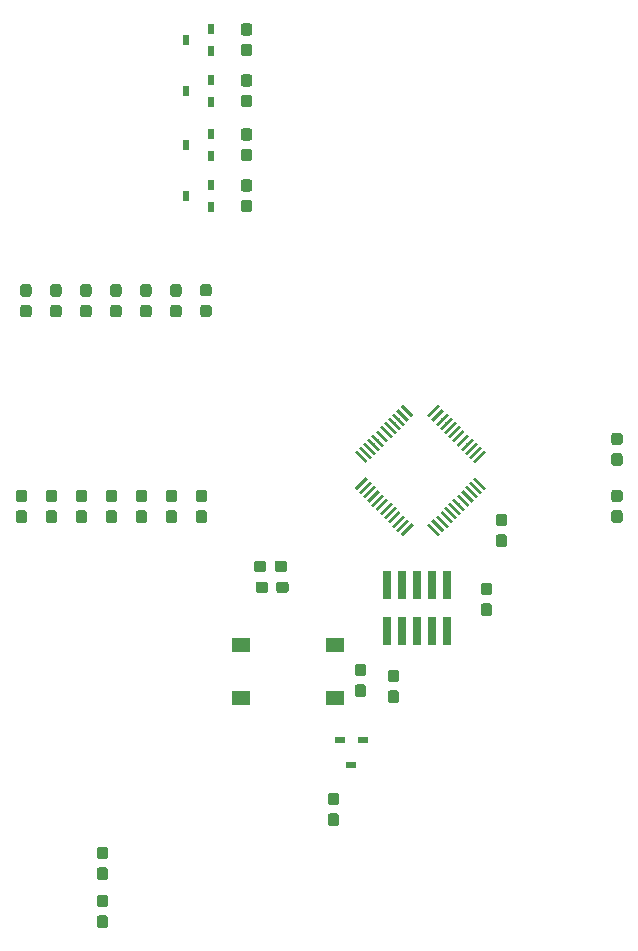
<source format=gbr>
G04 #@! TF.GenerationSoftware,KiCad,Pcbnew,(5.1.0)-1*
G04 #@! TF.CreationDate,2019-03-25T06:45:31-06:00*
G04 #@! TF.ProjectId,ParkingSystem,5061726b-696e-4675-9379-7374656d2e6b,v01*
G04 #@! TF.SameCoordinates,Original*
G04 #@! TF.FileFunction,Paste,Top*
G04 #@! TF.FilePolarity,Positive*
%FSLAX46Y46*%
G04 Gerber Fmt 4.6, Leading zero omitted, Abs format (unit mm)*
G04 Created by KiCad (PCBNEW (5.1.0)-1) date 2019-03-25 06:45:31*
%MOMM*%
%LPD*%
G04 APERTURE LIST*
%ADD10C,0.100000*%
%ADD11C,0.950000*%
%ADD12R,0.740000X2.400000*%
%ADD13R,0.930000X0.600000*%
%ADD14R,0.600000X0.930000*%
%ADD15R,1.550000X1.300000*%
%ADD16C,0.250000*%
G04 APERTURE END LIST*
D10*
G36*
X70618779Y-57783144D02*
G01*
X70641834Y-57786563D01*
X70664443Y-57792227D01*
X70686387Y-57800079D01*
X70707457Y-57810044D01*
X70727448Y-57822026D01*
X70746168Y-57835910D01*
X70763438Y-57851562D01*
X70779090Y-57868832D01*
X70792974Y-57887552D01*
X70804956Y-57907543D01*
X70814921Y-57928613D01*
X70822773Y-57950557D01*
X70828437Y-57973166D01*
X70831856Y-57996221D01*
X70833000Y-58019500D01*
X70833000Y-58594500D01*
X70831856Y-58617779D01*
X70828437Y-58640834D01*
X70822773Y-58663443D01*
X70814921Y-58685387D01*
X70804956Y-58706457D01*
X70792974Y-58726448D01*
X70779090Y-58745168D01*
X70763438Y-58762438D01*
X70746168Y-58778090D01*
X70727448Y-58791974D01*
X70707457Y-58803956D01*
X70686387Y-58813921D01*
X70664443Y-58821773D01*
X70641834Y-58827437D01*
X70618779Y-58830856D01*
X70595500Y-58832000D01*
X70120500Y-58832000D01*
X70097221Y-58830856D01*
X70074166Y-58827437D01*
X70051557Y-58821773D01*
X70029613Y-58813921D01*
X70008543Y-58803956D01*
X69988552Y-58791974D01*
X69969832Y-58778090D01*
X69952562Y-58762438D01*
X69936910Y-58745168D01*
X69923026Y-58726448D01*
X69911044Y-58706457D01*
X69901079Y-58685387D01*
X69893227Y-58663443D01*
X69887563Y-58640834D01*
X69884144Y-58617779D01*
X69883000Y-58594500D01*
X69883000Y-58019500D01*
X69884144Y-57996221D01*
X69887563Y-57973166D01*
X69893227Y-57950557D01*
X69901079Y-57928613D01*
X69911044Y-57907543D01*
X69923026Y-57887552D01*
X69936910Y-57868832D01*
X69952562Y-57851562D01*
X69969832Y-57835910D01*
X69988552Y-57822026D01*
X70008543Y-57810044D01*
X70029613Y-57800079D01*
X70051557Y-57792227D01*
X70074166Y-57786563D01*
X70097221Y-57783144D01*
X70120500Y-57782000D01*
X70595500Y-57782000D01*
X70618779Y-57783144D01*
X70618779Y-57783144D01*
G37*
D11*
X70358000Y-58307000D03*
D10*
G36*
X70618779Y-59533144D02*
G01*
X70641834Y-59536563D01*
X70664443Y-59542227D01*
X70686387Y-59550079D01*
X70707457Y-59560044D01*
X70727448Y-59572026D01*
X70746168Y-59585910D01*
X70763438Y-59601562D01*
X70779090Y-59618832D01*
X70792974Y-59637552D01*
X70804956Y-59657543D01*
X70814921Y-59678613D01*
X70822773Y-59700557D01*
X70828437Y-59723166D01*
X70831856Y-59746221D01*
X70833000Y-59769500D01*
X70833000Y-60344500D01*
X70831856Y-60367779D01*
X70828437Y-60390834D01*
X70822773Y-60413443D01*
X70814921Y-60435387D01*
X70804956Y-60456457D01*
X70792974Y-60476448D01*
X70779090Y-60495168D01*
X70763438Y-60512438D01*
X70746168Y-60528090D01*
X70727448Y-60541974D01*
X70707457Y-60553956D01*
X70686387Y-60563921D01*
X70664443Y-60571773D01*
X70641834Y-60577437D01*
X70618779Y-60580856D01*
X70595500Y-60582000D01*
X70120500Y-60582000D01*
X70097221Y-60580856D01*
X70074166Y-60577437D01*
X70051557Y-60571773D01*
X70029613Y-60563921D01*
X70008543Y-60553956D01*
X69988552Y-60541974D01*
X69969832Y-60528090D01*
X69952562Y-60512438D01*
X69936910Y-60495168D01*
X69923026Y-60476448D01*
X69911044Y-60456457D01*
X69901079Y-60435387D01*
X69893227Y-60413443D01*
X69887563Y-60390834D01*
X69884144Y-60367779D01*
X69883000Y-60344500D01*
X69883000Y-59769500D01*
X69884144Y-59746221D01*
X69887563Y-59723166D01*
X69893227Y-59700557D01*
X69901079Y-59678613D01*
X69911044Y-59657543D01*
X69923026Y-59637552D01*
X69936910Y-59618832D01*
X69952562Y-59601562D01*
X69969832Y-59585910D01*
X69988552Y-59572026D01*
X70008543Y-59560044D01*
X70029613Y-59550079D01*
X70051557Y-59542227D01*
X70074166Y-59536563D01*
X70097221Y-59533144D01*
X70120500Y-59532000D01*
X70595500Y-59532000D01*
X70618779Y-59533144D01*
X70618779Y-59533144D01*
G37*
D11*
X70358000Y-60057000D03*
D10*
G36*
X70999779Y-40384144D02*
G01*
X71022834Y-40387563D01*
X71045443Y-40393227D01*
X71067387Y-40401079D01*
X71088457Y-40411044D01*
X71108448Y-40423026D01*
X71127168Y-40436910D01*
X71144438Y-40452562D01*
X71160090Y-40469832D01*
X71173974Y-40488552D01*
X71185956Y-40508543D01*
X71195921Y-40529613D01*
X71203773Y-40551557D01*
X71209437Y-40574166D01*
X71212856Y-40597221D01*
X71214000Y-40620500D01*
X71214000Y-41195500D01*
X71212856Y-41218779D01*
X71209437Y-41241834D01*
X71203773Y-41264443D01*
X71195921Y-41286387D01*
X71185956Y-41307457D01*
X71173974Y-41327448D01*
X71160090Y-41346168D01*
X71144438Y-41363438D01*
X71127168Y-41379090D01*
X71108448Y-41392974D01*
X71088457Y-41404956D01*
X71067387Y-41414921D01*
X71045443Y-41422773D01*
X71022834Y-41428437D01*
X70999779Y-41431856D01*
X70976500Y-41433000D01*
X70501500Y-41433000D01*
X70478221Y-41431856D01*
X70455166Y-41428437D01*
X70432557Y-41422773D01*
X70410613Y-41414921D01*
X70389543Y-41404956D01*
X70369552Y-41392974D01*
X70350832Y-41379090D01*
X70333562Y-41363438D01*
X70317910Y-41346168D01*
X70304026Y-41327448D01*
X70292044Y-41307457D01*
X70282079Y-41286387D01*
X70274227Y-41264443D01*
X70268563Y-41241834D01*
X70265144Y-41218779D01*
X70264000Y-41195500D01*
X70264000Y-40620500D01*
X70265144Y-40597221D01*
X70268563Y-40574166D01*
X70274227Y-40551557D01*
X70282079Y-40529613D01*
X70292044Y-40508543D01*
X70304026Y-40488552D01*
X70317910Y-40469832D01*
X70333562Y-40452562D01*
X70350832Y-40436910D01*
X70369552Y-40423026D01*
X70389543Y-40411044D01*
X70410613Y-40401079D01*
X70432557Y-40393227D01*
X70455166Y-40387563D01*
X70478221Y-40384144D01*
X70501500Y-40383000D01*
X70976500Y-40383000D01*
X70999779Y-40384144D01*
X70999779Y-40384144D01*
G37*
D11*
X70739000Y-40908000D03*
D10*
G36*
X70999779Y-42134144D02*
G01*
X71022834Y-42137563D01*
X71045443Y-42143227D01*
X71067387Y-42151079D01*
X71088457Y-42161044D01*
X71108448Y-42173026D01*
X71127168Y-42186910D01*
X71144438Y-42202562D01*
X71160090Y-42219832D01*
X71173974Y-42238552D01*
X71185956Y-42258543D01*
X71195921Y-42279613D01*
X71203773Y-42301557D01*
X71209437Y-42324166D01*
X71212856Y-42347221D01*
X71214000Y-42370500D01*
X71214000Y-42945500D01*
X71212856Y-42968779D01*
X71209437Y-42991834D01*
X71203773Y-43014443D01*
X71195921Y-43036387D01*
X71185956Y-43057457D01*
X71173974Y-43077448D01*
X71160090Y-43096168D01*
X71144438Y-43113438D01*
X71127168Y-43129090D01*
X71108448Y-43142974D01*
X71088457Y-43154956D01*
X71067387Y-43164921D01*
X71045443Y-43172773D01*
X71022834Y-43178437D01*
X70999779Y-43181856D01*
X70976500Y-43183000D01*
X70501500Y-43183000D01*
X70478221Y-43181856D01*
X70455166Y-43178437D01*
X70432557Y-43172773D01*
X70410613Y-43164921D01*
X70389543Y-43154956D01*
X70369552Y-43142974D01*
X70350832Y-43129090D01*
X70333562Y-43113438D01*
X70317910Y-43096168D01*
X70304026Y-43077448D01*
X70292044Y-43057457D01*
X70282079Y-43036387D01*
X70274227Y-43014443D01*
X70268563Y-42991834D01*
X70265144Y-42968779D01*
X70264000Y-42945500D01*
X70264000Y-42370500D01*
X70265144Y-42347221D01*
X70268563Y-42324166D01*
X70274227Y-42301557D01*
X70282079Y-42279613D01*
X70292044Y-42258543D01*
X70304026Y-42238552D01*
X70317910Y-42219832D01*
X70333562Y-42202562D01*
X70350832Y-42186910D01*
X70369552Y-42173026D01*
X70389543Y-42161044D01*
X70410613Y-42151079D01*
X70432557Y-42143227D01*
X70455166Y-42137563D01*
X70478221Y-42134144D01*
X70501500Y-42133000D01*
X70976500Y-42133000D01*
X70999779Y-42134144D01*
X70999779Y-42134144D01*
G37*
D11*
X70739000Y-42658000D03*
D10*
G36*
X74936779Y-89759144D02*
G01*
X74959834Y-89762563D01*
X74982443Y-89768227D01*
X75004387Y-89776079D01*
X75025457Y-89786044D01*
X75045448Y-89798026D01*
X75064168Y-89811910D01*
X75081438Y-89827562D01*
X75097090Y-89844832D01*
X75110974Y-89863552D01*
X75122956Y-89883543D01*
X75132921Y-89904613D01*
X75140773Y-89926557D01*
X75146437Y-89949166D01*
X75149856Y-89972221D01*
X75151000Y-89995500D01*
X75151000Y-90570500D01*
X75149856Y-90593779D01*
X75146437Y-90616834D01*
X75140773Y-90639443D01*
X75132921Y-90661387D01*
X75122956Y-90682457D01*
X75110974Y-90702448D01*
X75097090Y-90721168D01*
X75081438Y-90738438D01*
X75064168Y-90754090D01*
X75045448Y-90767974D01*
X75025457Y-90779956D01*
X75004387Y-90789921D01*
X74982443Y-90797773D01*
X74959834Y-90803437D01*
X74936779Y-90806856D01*
X74913500Y-90808000D01*
X74438500Y-90808000D01*
X74415221Y-90806856D01*
X74392166Y-90803437D01*
X74369557Y-90797773D01*
X74347613Y-90789921D01*
X74326543Y-90779956D01*
X74306552Y-90767974D01*
X74287832Y-90754090D01*
X74270562Y-90738438D01*
X74254910Y-90721168D01*
X74241026Y-90702448D01*
X74229044Y-90682457D01*
X74219079Y-90661387D01*
X74211227Y-90639443D01*
X74205563Y-90616834D01*
X74202144Y-90593779D01*
X74201000Y-90570500D01*
X74201000Y-89995500D01*
X74202144Y-89972221D01*
X74205563Y-89949166D01*
X74211227Y-89926557D01*
X74219079Y-89904613D01*
X74229044Y-89883543D01*
X74241026Y-89863552D01*
X74254910Y-89844832D01*
X74270562Y-89827562D01*
X74287832Y-89811910D01*
X74306552Y-89798026D01*
X74326543Y-89786044D01*
X74347613Y-89776079D01*
X74369557Y-89768227D01*
X74392166Y-89762563D01*
X74415221Y-89759144D01*
X74438500Y-89758000D01*
X74913500Y-89758000D01*
X74936779Y-89759144D01*
X74936779Y-89759144D01*
G37*
D11*
X74676000Y-90283000D03*
D10*
G36*
X74936779Y-88009144D02*
G01*
X74959834Y-88012563D01*
X74982443Y-88018227D01*
X75004387Y-88026079D01*
X75025457Y-88036044D01*
X75045448Y-88048026D01*
X75064168Y-88061910D01*
X75081438Y-88077562D01*
X75097090Y-88094832D01*
X75110974Y-88113552D01*
X75122956Y-88133543D01*
X75132921Y-88154613D01*
X75140773Y-88176557D01*
X75146437Y-88199166D01*
X75149856Y-88222221D01*
X75151000Y-88245500D01*
X75151000Y-88820500D01*
X75149856Y-88843779D01*
X75146437Y-88866834D01*
X75140773Y-88889443D01*
X75132921Y-88911387D01*
X75122956Y-88932457D01*
X75110974Y-88952448D01*
X75097090Y-88971168D01*
X75081438Y-88988438D01*
X75064168Y-89004090D01*
X75045448Y-89017974D01*
X75025457Y-89029956D01*
X75004387Y-89039921D01*
X74982443Y-89047773D01*
X74959834Y-89053437D01*
X74936779Y-89056856D01*
X74913500Y-89058000D01*
X74438500Y-89058000D01*
X74415221Y-89056856D01*
X74392166Y-89053437D01*
X74369557Y-89047773D01*
X74347613Y-89039921D01*
X74326543Y-89029956D01*
X74306552Y-89017974D01*
X74287832Y-89004090D01*
X74270562Y-88988438D01*
X74254910Y-88971168D01*
X74241026Y-88952448D01*
X74229044Y-88932457D01*
X74219079Y-88911387D01*
X74211227Y-88889443D01*
X74205563Y-88866834D01*
X74202144Y-88843779D01*
X74201000Y-88820500D01*
X74201000Y-88245500D01*
X74202144Y-88222221D01*
X74205563Y-88199166D01*
X74211227Y-88176557D01*
X74219079Y-88154613D01*
X74229044Y-88133543D01*
X74241026Y-88113552D01*
X74254910Y-88094832D01*
X74270562Y-88077562D01*
X74287832Y-88061910D01*
X74306552Y-88048026D01*
X74326543Y-88036044D01*
X74347613Y-88026079D01*
X74369557Y-88018227D01*
X74392166Y-88012563D01*
X74415221Y-88009144D01*
X74438500Y-88008000D01*
X74913500Y-88008000D01*
X74936779Y-88009144D01*
X74936779Y-88009144D01*
G37*
D11*
X74676000Y-88533000D03*
D10*
G36*
X74936779Y-92073144D02*
G01*
X74959834Y-92076563D01*
X74982443Y-92082227D01*
X75004387Y-92090079D01*
X75025457Y-92100044D01*
X75045448Y-92112026D01*
X75064168Y-92125910D01*
X75081438Y-92141562D01*
X75097090Y-92158832D01*
X75110974Y-92177552D01*
X75122956Y-92197543D01*
X75132921Y-92218613D01*
X75140773Y-92240557D01*
X75146437Y-92263166D01*
X75149856Y-92286221D01*
X75151000Y-92309500D01*
X75151000Y-92884500D01*
X75149856Y-92907779D01*
X75146437Y-92930834D01*
X75140773Y-92953443D01*
X75132921Y-92975387D01*
X75122956Y-92996457D01*
X75110974Y-93016448D01*
X75097090Y-93035168D01*
X75081438Y-93052438D01*
X75064168Y-93068090D01*
X75045448Y-93081974D01*
X75025457Y-93093956D01*
X75004387Y-93103921D01*
X74982443Y-93111773D01*
X74959834Y-93117437D01*
X74936779Y-93120856D01*
X74913500Y-93122000D01*
X74438500Y-93122000D01*
X74415221Y-93120856D01*
X74392166Y-93117437D01*
X74369557Y-93111773D01*
X74347613Y-93103921D01*
X74326543Y-93093956D01*
X74306552Y-93081974D01*
X74287832Y-93068090D01*
X74270562Y-93052438D01*
X74254910Y-93035168D01*
X74241026Y-93016448D01*
X74229044Y-92996457D01*
X74219079Y-92975387D01*
X74211227Y-92953443D01*
X74205563Y-92930834D01*
X74202144Y-92907779D01*
X74201000Y-92884500D01*
X74201000Y-92309500D01*
X74202144Y-92286221D01*
X74205563Y-92263166D01*
X74211227Y-92240557D01*
X74219079Y-92218613D01*
X74229044Y-92197543D01*
X74241026Y-92177552D01*
X74254910Y-92158832D01*
X74270562Y-92141562D01*
X74287832Y-92125910D01*
X74306552Y-92112026D01*
X74326543Y-92100044D01*
X74347613Y-92090079D01*
X74369557Y-92082227D01*
X74392166Y-92076563D01*
X74415221Y-92073144D01*
X74438500Y-92072000D01*
X74913500Y-92072000D01*
X74936779Y-92073144D01*
X74936779Y-92073144D01*
G37*
D11*
X74676000Y-92597000D03*
D10*
G36*
X74936779Y-93823144D02*
G01*
X74959834Y-93826563D01*
X74982443Y-93832227D01*
X75004387Y-93840079D01*
X75025457Y-93850044D01*
X75045448Y-93862026D01*
X75064168Y-93875910D01*
X75081438Y-93891562D01*
X75097090Y-93908832D01*
X75110974Y-93927552D01*
X75122956Y-93947543D01*
X75132921Y-93968613D01*
X75140773Y-93990557D01*
X75146437Y-94013166D01*
X75149856Y-94036221D01*
X75151000Y-94059500D01*
X75151000Y-94634500D01*
X75149856Y-94657779D01*
X75146437Y-94680834D01*
X75140773Y-94703443D01*
X75132921Y-94725387D01*
X75122956Y-94746457D01*
X75110974Y-94766448D01*
X75097090Y-94785168D01*
X75081438Y-94802438D01*
X75064168Y-94818090D01*
X75045448Y-94831974D01*
X75025457Y-94843956D01*
X75004387Y-94853921D01*
X74982443Y-94861773D01*
X74959834Y-94867437D01*
X74936779Y-94870856D01*
X74913500Y-94872000D01*
X74438500Y-94872000D01*
X74415221Y-94870856D01*
X74392166Y-94867437D01*
X74369557Y-94861773D01*
X74347613Y-94853921D01*
X74326543Y-94843956D01*
X74306552Y-94831974D01*
X74287832Y-94818090D01*
X74270562Y-94802438D01*
X74254910Y-94785168D01*
X74241026Y-94766448D01*
X74229044Y-94746457D01*
X74219079Y-94725387D01*
X74211227Y-94703443D01*
X74205563Y-94680834D01*
X74202144Y-94657779D01*
X74201000Y-94634500D01*
X74201000Y-94059500D01*
X74202144Y-94036221D01*
X74205563Y-94013166D01*
X74211227Y-93990557D01*
X74219079Y-93968613D01*
X74229044Y-93947543D01*
X74241026Y-93927552D01*
X74254910Y-93908832D01*
X74270562Y-93891562D01*
X74287832Y-93875910D01*
X74306552Y-93862026D01*
X74326543Y-93850044D01*
X74347613Y-93840079D01*
X74369557Y-93832227D01*
X74392166Y-93826563D01*
X74415221Y-93823144D01*
X74438500Y-93822000D01*
X74913500Y-93822000D01*
X74936779Y-93823144D01*
X74936779Y-93823144D01*
G37*
D11*
X74676000Y-94347000D03*
D10*
G36*
X94494779Y-83437144D02*
G01*
X94517834Y-83440563D01*
X94540443Y-83446227D01*
X94562387Y-83454079D01*
X94583457Y-83464044D01*
X94603448Y-83476026D01*
X94622168Y-83489910D01*
X94639438Y-83505562D01*
X94655090Y-83522832D01*
X94668974Y-83541552D01*
X94680956Y-83561543D01*
X94690921Y-83582613D01*
X94698773Y-83604557D01*
X94704437Y-83627166D01*
X94707856Y-83650221D01*
X94709000Y-83673500D01*
X94709000Y-84248500D01*
X94707856Y-84271779D01*
X94704437Y-84294834D01*
X94698773Y-84317443D01*
X94690921Y-84339387D01*
X94680956Y-84360457D01*
X94668974Y-84380448D01*
X94655090Y-84399168D01*
X94639438Y-84416438D01*
X94622168Y-84432090D01*
X94603448Y-84445974D01*
X94583457Y-84457956D01*
X94562387Y-84467921D01*
X94540443Y-84475773D01*
X94517834Y-84481437D01*
X94494779Y-84484856D01*
X94471500Y-84486000D01*
X93996500Y-84486000D01*
X93973221Y-84484856D01*
X93950166Y-84481437D01*
X93927557Y-84475773D01*
X93905613Y-84467921D01*
X93884543Y-84457956D01*
X93864552Y-84445974D01*
X93845832Y-84432090D01*
X93828562Y-84416438D01*
X93812910Y-84399168D01*
X93799026Y-84380448D01*
X93787044Y-84360457D01*
X93777079Y-84339387D01*
X93769227Y-84317443D01*
X93763563Y-84294834D01*
X93760144Y-84271779D01*
X93759000Y-84248500D01*
X93759000Y-83673500D01*
X93760144Y-83650221D01*
X93763563Y-83627166D01*
X93769227Y-83604557D01*
X93777079Y-83582613D01*
X93787044Y-83561543D01*
X93799026Y-83541552D01*
X93812910Y-83522832D01*
X93828562Y-83505562D01*
X93845832Y-83489910D01*
X93864552Y-83476026D01*
X93884543Y-83464044D01*
X93905613Y-83454079D01*
X93927557Y-83446227D01*
X93950166Y-83440563D01*
X93973221Y-83437144D01*
X93996500Y-83436000D01*
X94471500Y-83436000D01*
X94494779Y-83437144D01*
X94494779Y-83437144D01*
G37*
D11*
X94234000Y-83961000D03*
D10*
G36*
X94494779Y-85187144D02*
G01*
X94517834Y-85190563D01*
X94540443Y-85196227D01*
X94562387Y-85204079D01*
X94583457Y-85214044D01*
X94603448Y-85226026D01*
X94622168Y-85239910D01*
X94639438Y-85255562D01*
X94655090Y-85272832D01*
X94668974Y-85291552D01*
X94680956Y-85311543D01*
X94690921Y-85332613D01*
X94698773Y-85354557D01*
X94704437Y-85377166D01*
X94707856Y-85400221D01*
X94709000Y-85423500D01*
X94709000Y-85998500D01*
X94707856Y-86021779D01*
X94704437Y-86044834D01*
X94698773Y-86067443D01*
X94690921Y-86089387D01*
X94680956Y-86110457D01*
X94668974Y-86130448D01*
X94655090Y-86149168D01*
X94639438Y-86166438D01*
X94622168Y-86182090D01*
X94603448Y-86195974D01*
X94583457Y-86207956D01*
X94562387Y-86217921D01*
X94540443Y-86225773D01*
X94517834Y-86231437D01*
X94494779Y-86234856D01*
X94471500Y-86236000D01*
X93996500Y-86236000D01*
X93973221Y-86234856D01*
X93950166Y-86231437D01*
X93927557Y-86225773D01*
X93905613Y-86217921D01*
X93884543Y-86207956D01*
X93864552Y-86195974D01*
X93845832Y-86182090D01*
X93828562Y-86166438D01*
X93812910Y-86149168D01*
X93799026Y-86130448D01*
X93787044Y-86110457D01*
X93777079Y-86089387D01*
X93769227Y-86067443D01*
X93763563Y-86044834D01*
X93760144Y-86021779D01*
X93759000Y-85998500D01*
X93759000Y-85423500D01*
X93760144Y-85400221D01*
X93763563Y-85377166D01*
X93769227Y-85354557D01*
X93777079Y-85332613D01*
X93787044Y-85311543D01*
X93799026Y-85291552D01*
X93812910Y-85272832D01*
X93828562Y-85255562D01*
X93845832Y-85239910D01*
X93864552Y-85226026D01*
X93884543Y-85214044D01*
X93905613Y-85204079D01*
X93927557Y-85196227D01*
X93950166Y-85190563D01*
X93973221Y-85187144D01*
X93996500Y-85186000D01*
X94471500Y-85186000D01*
X94494779Y-85187144D01*
X94494779Y-85187144D01*
G37*
D11*
X94234000Y-85711000D03*
D10*
G36*
X118497779Y-57783144D02*
G01*
X118520834Y-57786563D01*
X118543443Y-57792227D01*
X118565387Y-57800079D01*
X118586457Y-57810044D01*
X118606448Y-57822026D01*
X118625168Y-57835910D01*
X118642438Y-57851562D01*
X118658090Y-57868832D01*
X118671974Y-57887552D01*
X118683956Y-57907543D01*
X118693921Y-57928613D01*
X118701773Y-57950557D01*
X118707437Y-57973166D01*
X118710856Y-57996221D01*
X118712000Y-58019500D01*
X118712000Y-58594500D01*
X118710856Y-58617779D01*
X118707437Y-58640834D01*
X118701773Y-58663443D01*
X118693921Y-58685387D01*
X118683956Y-58706457D01*
X118671974Y-58726448D01*
X118658090Y-58745168D01*
X118642438Y-58762438D01*
X118625168Y-58778090D01*
X118606448Y-58791974D01*
X118586457Y-58803956D01*
X118565387Y-58813921D01*
X118543443Y-58821773D01*
X118520834Y-58827437D01*
X118497779Y-58830856D01*
X118474500Y-58832000D01*
X117999500Y-58832000D01*
X117976221Y-58830856D01*
X117953166Y-58827437D01*
X117930557Y-58821773D01*
X117908613Y-58813921D01*
X117887543Y-58803956D01*
X117867552Y-58791974D01*
X117848832Y-58778090D01*
X117831562Y-58762438D01*
X117815910Y-58745168D01*
X117802026Y-58726448D01*
X117790044Y-58706457D01*
X117780079Y-58685387D01*
X117772227Y-58663443D01*
X117766563Y-58640834D01*
X117763144Y-58617779D01*
X117762000Y-58594500D01*
X117762000Y-58019500D01*
X117763144Y-57996221D01*
X117766563Y-57973166D01*
X117772227Y-57950557D01*
X117780079Y-57928613D01*
X117790044Y-57907543D01*
X117802026Y-57887552D01*
X117815910Y-57868832D01*
X117831562Y-57851562D01*
X117848832Y-57835910D01*
X117867552Y-57822026D01*
X117887543Y-57810044D01*
X117908613Y-57800079D01*
X117930557Y-57792227D01*
X117953166Y-57786563D01*
X117976221Y-57783144D01*
X117999500Y-57782000D01*
X118474500Y-57782000D01*
X118497779Y-57783144D01*
X118497779Y-57783144D01*
G37*
D11*
X118237000Y-58307000D03*
D10*
G36*
X118497779Y-59533144D02*
G01*
X118520834Y-59536563D01*
X118543443Y-59542227D01*
X118565387Y-59550079D01*
X118586457Y-59560044D01*
X118606448Y-59572026D01*
X118625168Y-59585910D01*
X118642438Y-59601562D01*
X118658090Y-59618832D01*
X118671974Y-59637552D01*
X118683956Y-59657543D01*
X118693921Y-59678613D01*
X118701773Y-59700557D01*
X118707437Y-59723166D01*
X118710856Y-59746221D01*
X118712000Y-59769500D01*
X118712000Y-60344500D01*
X118710856Y-60367779D01*
X118707437Y-60390834D01*
X118701773Y-60413443D01*
X118693921Y-60435387D01*
X118683956Y-60456457D01*
X118671974Y-60476448D01*
X118658090Y-60495168D01*
X118642438Y-60512438D01*
X118625168Y-60528090D01*
X118606448Y-60541974D01*
X118586457Y-60553956D01*
X118565387Y-60563921D01*
X118543443Y-60571773D01*
X118520834Y-60577437D01*
X118497779Y-60580856D01*
X118474500Y-60582000D01*
X117999500Y-60582000D01*
X117976221Y-60580856D01*
X117953166Y-60577437D01*
X117930557Y-60571773D01*
X117908613Y-60563921D01*
X117887543Y-60553956D01*
X117867552Y-60541974D01*
X117848832Y-60528090D01*
X117831562Y-60512438D01*
X117815910Y-60495168D01*
X117802026Y-60476448D01*
X117790044Y-60456457D01*
X117780079Y-60435387D01*
X117772227Y-60413443D01*
X117766563Y-60390834D01*
X117763144Y-60367779D01*
X117762000Y-60344500D01*
X117762000Y-59769500D01*
X117763144Y-59746221D01*
X117766563Y-59723166D01*
X117772227Y-59700557D01*
X117780079Y-59678613D01*
X117790044Y-59657543D01*
X117802026Y-59637552D01*
X117815910Y-59618832D01*
X117831562Y-59601562D01*
X117848832Y-59585910D01*
X117867552Y-59572026D01*
X117887543Y-59560044D01*
X117908613Y-59550079D01*
X117930557Y-59542227D01*
X117953166Y-59536563D01*
X117976221Y-59533144D01*
X117999500Y-59532000D01*
X118474500Y-59532000D01*
X118497779Y-59533144D01*
X118497779Y-59533144D01*
G37*
D11*
X118237000Y-60057000D03*
D10*
G36*
X118497779Y-52957144D02*
G01*
X118520834Y-52960563D01*
X118543443Y-52966227D01*
X118565387Y-52974079D01*
X118586457Y-52984044D01*
X118606448Y-52996026D01*
X118625168Y-53009910D01*
X118642438Y-53025562D01*
X118658090Y-53042832D01*
X118671974Y-53061552D01*
X118683956Y-53081543D01*
X118693921Y-53102613D01*
X118701773Y-53124557D01*
X118707437Y-53147166D01*
X118710856Y-53170221D01*
X118712000Y-53193500D01*
X118712000Y-53768500D01*
X118710856Y-53791779D01*
X118707437Y-53814834D01*
X118701773Y-53837443D01*
X118693921Y-53859387D01*
X118683956Y-53880457D01*
X118671974Y-53900448D01*
X118658090Y-53919168D01*
X118642438Y-53936438D01*
X118625168Y-53952090D01*
X118606448Y-53965974D01*
X118586457Y-53977956D01*
X118565387Y-53987921D01*
X118543443Y-53995773D01*
X118520834Y-54001437D01*
X118497779Y-54004856D01*
X118474500Y-54006000D01*
X117999500Y-54006000D01*
X117976221Y-54004856D01*
X117953166Y-54001437D01*
X117930557Y-53995773D01*
X117908613Y-53987921D01*
X117887543Y-53977956D01*
X117867552Y-53965974D01*
X117848832Y-53952090D01*
X117831562Y-53936438D01*
X117815910Y-53919168D01*
X117802026Y-53900448D01*
X117790044Y-53880457D01*
X117780079Y-53859387D01*
X117772227Y-53837443D01*
X117766563Y-53814834D01*
X117763144Y-53791779D01*
X117762000Y-53768500D01*
X117762000Y-53193500D01*
X117763144Y-53170221D01*
X117766563Y-53147166D01*
X117772227Y-53124557D01*
X117780079Y-53102613D01*
X117790044Y-53081543D01*
X117802026Y-53061552D01*
X117815910Y-53042832D01*
X117831562Y-53025562D01*
X117848832Y-53009910D01*
X117867552Y-52996026D01*
X117887543Y-52984044D01*
X117908613Y-52974079D01*
X117930557Y-52966227D01*
X117953166Y-52960563D01*
X117976221Y-52957144D01*
X117999500Y-52956000D01*
X118474500Y-52956000D01*
X118497779Y-52957144D01*
X118497779Y-52957144D01*
G37*
D11*
X118237000Y-53481000D03*
D10*
G36*
X118497779Y-54707144D02*
G01*
X118520834Y-54710563D01*
X118543443Y-54716227D01*
X118565387Y-54724079D01*
X118586457Y-54734044D01*
X118606448Y-54746026D01*
X118625168Y-54759910D01*
X118642438Y-54775562D01*
X118658090Y-54792832D01*
X118671974Y-54811552D01*
X118683956Y-54831543D01*
X118693921Y-54852613D01*
X118701773Y-54874557D01*
X118707437Y-54897166D01*
X118710856Y-54920221D01*
X118712000Y-54943500D01*
X118712000Y-55518500D01*
X118710856Y-55541779D01*
X118707437Y-55564834D01*
X118701773Y-55587443D01*
X118693921Y-55609387D01*
X118683956Y-55630457D01*
X118671974Y-55650448D01*
X118658090Y-55669168D01*
X118642438Y-55686438D01*
X118625168Y-55702090D01*
X118606448Y-55715974D01*
X118586457Y-55727956D01*
X118565387Y-55737921D01*
X118543443Y-55745773D01*
X118520834Y-55751437D01*
X118497779Y-55754856D01*
X118474500Y-55756000D01*
X117999500Y-55756000D01*
X117976221Y-55754856D01*
X117953166Y-55751437D01*
X117930557Y-55745773D01*
X117908613Y-55737921D01*
X117887543Y-55727956D01*
X117867552Y-55715974D01*
X117848832Y-55702090D01*
X117831562Y-55686438D01*
X117815910Y-55669168D01*
X117802026Y-55650448D01*
X117790044Y-55630457D01*
X117780079Y-55609387D01*
X117772227Y-55587443D01*
X117766563Y-55564834D01*
X117763144Y-55541779D01*
X117762000Y-55518500D01*
X117762000Y-54943500D01*
X117763144Y-54920221D01*
X117766563Y-54897166D01*
X117772227Y-54874557D01*
X117780079Y-54852613D01*
X117790044Y-54831543D01*
X117802026Y-54811552D01*
X117815910Y-54792832D01*
X117831562Y-54775562D01*
X117848832Y-54759910D01*
X117867552Y-54746026D01*
X117887543Y-54734044D01*
X117908613Y-54724079D01*
X117930557Y-54716227D01*
X117953166Y-54710563D01*
X117976221Y-54707144D01*
X117999500Y-54706000D01*
X118474500Y-54706000D01*
X118497779Y-54707144D01*
X118497779Y-54707144D01*
G37*
D11*
X118237000Y-55231000D03*
D10*
G36*
X96780779Y-74265144D02*
G01*
X96803834Y-74268563D01*
X96826443Y-74274227D01*
X96848387Y-74282079D01*
X96869457Y-74292044D01*
X96889448Y-74304026D01*
X96908168Y-74317910D01*
X96925438Y-74333562D01*
X96941090Y-74350832D01*
X96954974Y-74369552D01*
X96966956Y-74389543D01*
X96976921Y-74410613D01*
X96984773Y-74432557D01*
X96990437Y-74455166D01*
X96993856Y-74478221D01*
X96995000Y-74501500D01*
X96995000Y-75076500D01*
X96993856Y-75099779D01*
X96990437Y-75122834D01*
X96984773Y-75145443D01*
X96976921Y-75167387D01*
X96966956Y-75188457D01*
X96954974Y-75208448D01*
X96941090Y-75227168D01*
X96925438Y-75244438D01*
X96908168Y-75260090D01*
X96889448Y-75273974D01*
X96869457Y-75285956D01*
X96848387Y-75295921D01*
X96826443Y-75303773D01*
X96803834Y-75309437D01*
X96780779Y-75312856D01*
X96757500Y-75314000D01*
X96282500Y-75314000D01*
X96259221Y-75312856D01*
X96236166Y-75309437D01*
X96213557Y-75303773D01*
X96191613Y-75295921D01*
X96170543Y-75285956D01*
X96150552Y-75273974D01*
X96131832Y-75260090D01*
X96114562Y-75244438D01*
X96098910Y-75227168D01*
X96085026Y-75208448D01*
X96073044Y-75188457D01*
X96063079Y-75167387D01*
X96055227Y-75145443D01*
X96049563Y-75122834D01*
X96046144Y-75099779D01*
X96045000Y-75076500D01*
X96045000Y-74501500D01*
X96046144Y-74478221D01*
X96049563Y-74455166D01*
X96055227Y-74432557D01*
X96063079Y-74410613D01*
X96073044Y-74389543D01*
X96085026Y-74369552D01*
X96098910Y-74350832D01*
X96114562Y-74333562D01*
X96131832Y-74317910D01*
X96150552Y-74304026D01*
X96170543Y-74292044D01*
X96191613Y-74282079D01*
X96213557Y-74274227D01*
X96236166Y-74268563D01*
X96259221Y-74265144D01*
X96282500Y-74264000D01*
X96757500Y-74264000D01*
X96780779Y-74265144D01*
X96780779Y-74265144D01*
G37*
D11*
X96520000Y-74789000D03*
D10*
G36*
X96780779Y-72515144D02*
G01*
X96803834Y-72518563D01*
X96826443Y-72524227D01*
X96848387Y-72532079D01*
X96869457Y-72542044D01*
X96889448Y-72554026D01*
X96908168Y-72567910D01*
X96925438Y-72583562D01*
X96941090Y-72600832D01*
X96954974Y-72619552D01*
X96966956Y-72639543D01*
X96976921Y-72660613D01*
X96984773Y-72682557D01*
X96990437Y-72705166D01*
X96993856Y-72728221D01*
X96995000Y-72751500D01*
X96995000Y-73326500D01*
X96993856Y-73349779D01*
X96990437Y-73372834D01*
X96984773Y-73395443D01*
X96976921Y-73417387D01*
X96966956Y-73438457D01*
X96954974Y-73458448D01*
X96941090Y-73477168D01*
X96925438Y-73494438D01*
X96908168Y-73510090D01*
X96889448Y-73523974D01*
X96869457Y-73535956D01*
X96848387Y-73545921D01*
X96826443Y-73553773D01*
X96803834Y-73559437D01*
X96780779Y-73562856D01*
X96757500Y-73564000D01*
X96282500Y-73564000D01*
X96259221Y-73562856D01*
X96236166Y-73559437D01*
X96213557Y-73553773D01*
X96191613Y-73545921D01*
X96170543Y-73535956D01*
X96150552Y-73523974D01*
X96131832Y-73510090D01*
X96114562Y-73494438D01*
X96098910Y-73477168D01*
X96085026Y-73458448D01*
X96073044Y-73438457D01*
X96063079Y-73417387D01*
X96055227Y-73395443D01*
X96049563Y-73372834D01*
X96046144Y-73349779D01*
X96045000Y-73326500D01*
X96045000Y-72751500D01*
X96046144Y-72728221D01*
X96049563Y-72705166D01*
X96055227Y-72682557D01*
X96063079Y-72660613D01*
X96073044Y-72639543D01*
X96085026Y-72619552D01*
X96098910Y-72600832D01*
X96114562Y-72583562D01*
X96131832Y-72567910D01*
X96150552Y-72554026D01*
X96170543Y-72542044D01*
X96191613Y-72532079D01*
X96213557Y-72524227D01*
X96236166Y-72518563D01*
X96259221Y-72515144D01*
X96282500Y-72514000D01*
X96757500Y-72514000D01*
X96780779Y-72515144D01*
X96780779Y-72515144D01*
G37*
D11*
X96520000Y-73039000D03*
D12*
X103886000Y-65868000D03*
X103886000Y-69768000D03*
X102616000Y-65868000D03*
X102616000Y-69768000D03*
X101346000Y-65868000D03*
X101346000Y-69768000D03*
X100076000Y-65868000D03*
X100076000Y-69768000D03*
X98806000Y-65868000D03*
X98806000Y-69768000D03*
D13*
X95758000Y-81060000D03*
X94808000Y-78960000D03*
X96708000Y-78960000D03*
D14*
X81754000Y-19685000D03*
X83854000Y-18735000D03*
X83854000Y-20635000D03*
X81754000Y-28575000D03*
X83854000Y-27625000D03*
X83854000Y-29525000D03*
X81754000Y-24003000D03*
X83854000Y-23053000D03*
X83854000Y-24953000D03*
X81754000Y-32893000D03*
X83854000Y-31943000D03*
X83854000Y-33843000D03*
D10*
G36*
X90085779Y-63788144D02*
G01*
X90108834Y-63791563D01*
X90131443Y-63797227D01*
X90153387Y-63805079D01*
X90174457Y-63815044D01*
X90194448Y-63827026D01*
X90213168Y-63840910D01*
X90230438Y-63856562D01*
X90246090Y-63873832D01*
X90259974Y-63892552D01*
X90271956Y-63912543D01*
X90281921Y-63933613D01*
X90289773Y-63955557D01*
X90295437Y-63978166D01*
X90298856Y-64001221D01*
X90300000Y-64024500D01*
X90300000Y-64499500D01*
X90298856Y-64522779D01*
X90295437Y-64545834D01*
X90289773Y-64568443D01*
X90281921Y-64590387D01*
X90271956Y-64611457D01*
X90259974Y-64631448D01*
X90246090Y-64650168D01*
X90230438Y-64667438D01*
X90213168Y-64683090D01*
X90194448Y-64696974D01*
X90174457Y-64708956D01*
X90153387Y-64718921D01*
X90131443Y-64726773D01*
X90108834Y-64732437D01*
X90085779Y-64735856D01*
X90062500Y-64737000D01*
X89487500Y-64737000D01*
X89464221Y-64735856D01*
X89441166Y-64732437D01*
X89418557Y-64726773D01*
X89396613Y-64718921D01*
X89375543Y-64708956D01*
X89355552Y-64696974D01*
X89336832Y-64683090D01*
X89319562Y-64667438D01*
X89303910Y-64650168D01*
X89290026Y-64631448D01*
X89278044Y-64611457D01*
X89268079Y-64590387D01*
X89260227Y-64568443D01*
X89254563Y-64545834D01*
X89251144Y-64522779D01*
X89250000Y-64499500D01*
X89250000Y-64024500D01*
X89251144Y-64001221D01*
X89254563Y-63978166D01*
X89260227Y-63955557D01*
X89268079Y-63933613D01*
X89278044Y-63912543D01*
X89290026Y-63892552D01*
X89303910Y-63873832D01*
X89319562Y-63856562D01*
X89336832Y-63840910D01*
X89355552Y-63827026D01*
X89375543Y-63815044D01*
X89396613Y-63805079D01*
X89418557Y-63797227D01*
X89441166Y-63791563D01*
X89464221Y-63788144D01*
X89487500Y-63787000D01*
X90062500Y-63787000D01*
X90085779Y-63788144D01*
X90085779Y-63788144D01*
G37*
D11*
X89775000Y-64262000D03*
D10*
G36*
X88335779Y-63788144D02*
G01*
X88358834Y-63791563D01*
X88381443Y-63797227D01*
X88403387Y-63805079D01*
X88424457Y-63815044D01*
X88444448Y-63827026D01*
X88463168Y-63840910D01*
X88480438Y-63856562D01*
X88496090Y-63873832D01*
X88509974Y-63892552D01*
X88521956Y-63912543D01*
X88531921Y-63933613D01*
X88539773Y-63955557D01*
X88545437Y-63978166D01*
X88548856Y-64001221D01*
X88550000Y-64024500D01*
X88550000Y-64499500D01*
X88548856Y-64522779D01*
X88545437Y-64545834D01*
X88539773Y-64568443D01*
X88531921Y-64590387D01*
X88521956Y-64611457D01*
X88509974Y-64631448D01*
X88496090Y-64650168D01*
X88480438Y-64667438D01*
X88463168Y-64683090D01*
X88444448Y-64696974D01*
X88424457Y-64708956D01*
X88403387Y-64718921D01*
X88381443Y-64726773D01*
X88358834Y-64732437D01*
X88335779Y-64735856D01*
X88312500Y-64737000D01*
X87737500Y-64737000D01*
X87714221Y-64735856D01*
X87691166Y-64732437D01*
X87668557Y-64726773D01*
X87646613Y-64718921D01*
X87625543Y-64708956D01*
X87605552Y-64696974D01*
X87586832Y-64683090D01*
X87569562Y-64667438D01*
X87553910Y-64650168D01*
X87540026Y-64631448D01*
X87528044Y-64611457D01*
X87518079Y-64590387D01*
X87510227Y-64568443D01*
X87504563Y-64545834D01*
X87501144Y-64522779D01*
X87500000Y-64499500D01*
X87500000Y-64024500D01*
X87501144Y-64001221D01*
X87504563Y-63978166D01*
X87510227Y-63955557D01*
X87518079Y-63933613D01*
X87528044Y-63912543D01*
X87540026Y-63892552D01*
X87553910Y-63873832D01*
X87569562Y-63856562D01*
X87586832Y-63840910D01*
X87605552Y-63827026D01*
X87625543Y-63815044D01*
X87646613Y-63805079D01*
X87668557Y-63797227D01*
X87691166Y-63791563D01*
X87714221Y-63788144D01*
X87737500Y-63787000D01*
X88312500Y-63787000D01*
X88335779Y-63788144D01*
X88335779Y-63788144D01*
G37*
D11*
X88025000Y-64262000D03*
D10*
G36*
X108718779Y-59815144D02*
G01*
X108741834Y-59818563D01*
X108764443Y-59824227D01*
X108786387Y-59832079D01*
X108807457Y-59842044D01*
X108827448Y-59854026D01*
X108846168Y-59867910D01*
X108863438Y-59883562D01*
X108879090Y-59900832D01*
X108892974Y-59919552D01*
X108904956Y-59939543D01*
X108914921Y-59960613D01*
X108922773Y-59982557D01*
X108928437Y-60005166D01*
X108931856Y-60028221D01*
X108933000Y-60051500D01*
X108933000Y-60626500D01*
X108931856Y-60649779D01*
X108928437Y-60672834D01*
X108922773Y-60695443D01*
X108914921Y-60717387D01*
X108904956Y-60738457D01*
X108892974Y-60758448D01*
X108879090Y-60777168D01*
X108863438Y-60794438D01*
X108846168Y-60810090D01*
X108827448Y-60823974D01*
X108807457Y-60835956D01*
X108786387Y-60845921D01*
X108764443Y-60853773D01*
X108741834Y-60859437D01*
X108718779Y-60862856D01*
X108695500Y-60864000D01*
X108220500Y-60864000D01*
X108197221Y-60862856D01*
X108174166Y-60859437D01*
X108151557Y-60853773D01*
X108129613Y-60845921D01*
X108108543Y-60835956D01*
X108088552Y-60823974D01*
X108069832Y-60810090D01*
X108052562Y-60794438D01*
X108036910Y-60777168D01*
X108023026Y-60758448D01*
X108011044Y-60738457D01*
X108001079Y-60717387D01*
X107993227Y-60695443D01*
X107987563Y-60672834D01*
X107984144Y-60649779D01*
X107983000Y-60626500D01*
X107983000Y-60051500D01*
X107984144Y-60028221D01*
X107987563Y-60005166D01*
X107993227Y-59982557D01*
X108001079Y-59960613D01*
X108011044Y-59939543D01*
X108023026Y-59919552D01*
X108036910Y-59900832D01*
X108052562Y-59883562D01*
X108069832Y-59867910D01*
X108088552Y-59854026D01*
X108108543Y-59842044D01*
X108129613Y-59832079D01*
X108151557Y-59824227D01*
X108174166Y-59818563D01*
X108197221Y-59815144D01*
X108220500Y-59814000D01*
X108695500Y-59814000D01*
X108718779Y-59815144D01*
X108718779Y-59815144D01*
G37*
D11*
X108458000Y-60339000D03*
D10*
G36*
X108718779Y-61565144D02*
G01*
X108741834Y-61568563D01*
X108764443Y-61574227D01*
X108786387Y-61582079D01*
X108807457Y-61592044D01*
X108827448Y-61604026D01*
X108846168Y-61617910D01*
X108863438Y-61633562D01*
X108879090Y-61650832D01*
X108892974Y-61669552D01*
X108904956Y-61689543D01*
X108914921Y-61710613D01*
X108922773Y-61732557D01*
X108928437Y-61755166D01*
X108931856Y-61778221D01*
X108933000Y-61801500D01*
X108933000Y-62376500D01*
X108931856Y-62399779D01*
X108928437Y-62422834D01*
X108922773Y-62445443D01*
X108914921Y-62467387D01*
X108904956Y-62488457D01*
X108892974Y-62508448D01*
X108879090Y-62527168D01*
X108863438Y-62544438D01*
X108846168Y-62560090D01*
X108827448Y-62573974D01*
X108807457Y-62585956D01*
X108786387Y-62595921D01*
X108764443Y-62603773D01*
X108741834Y-62609437D01*
X108718779Y-62612856D01*
X108695500Y-62614000D01*
X108220500Y-62614000D01*
X108197221Y-62612856D01*
X108174166Y-62609437D01*
X108151557Y-62603773D01*
X108129613Y-62595921D01*
X108108543Y-62585956D01*
X108088552Y-62573974D01*
X108069832Y-62560090D01*
X108052562Y-62544438D01*
X108036910Y-62527168D01*
X108023026Y-62508448D01*
X108011044Y-62488457D01*
X108001079Y-62467387D01*
X107993227Y-62445443D01*
X107987563Y-62422834D01*
X107984144Y-62399779D01*
X107983000Y-62376500D01*
X107983000Y-61801500D01*
X107984144Y-61778221D01*
X107987563Y-61755166D01*
X107993227Y-61732557D01*
X108001079Y-61710613D01*
X108011044Y-61689543D01*
X108023026Y-61669552D01*
X108036910Y-61650832D01*
X108052562Y-61633562D01*
X108069832Y-61617910D01*
X108088552Y-61604026D01*
X108108543Y-61592044D01*
X108129613Y-61582079D01*
X108151557Y-61574227D01*
X108174166Y-61568563D01*
X108197221Y-61565144D01*
X108220500Y-61564000D01*
X108695500Y-61564000D01*
X108718779Y-61565144D01*
X108718779Y-61565144D01*
G37*
D11*
X108458000Y-62089000D03*
D10*
G36*
X99574779Y-74773144D02*
G01*
X99597834Y-74776563D01*
X99620443Y-74782227D01*
X99642387Y-74790079D01*
X99663457Y-74800044D01*
X99683448Y-74812026D01*
X99702168Y-74825910D01*
X99719438Y-74841562D01*
X99735090Y-74858832D01*
X99748974Y-74877552D01*
X99760956Y-74897543D01*
X99770921Y-74918613D01*
X99778773Y-74940557D01*
X99784437Y-74963166D01*
X99787856Y-74986221D01*
X99789000Y-75009500D01*
X99789000Y-75584500D01*
X99787856Y-75607779D01*
X99784437Y-75630834D01*
X99778773Y-75653443D01*
X99770921Y-75675387D01*
X99760956Y-75696457D01*
X99748974Y-75716448D01*
X99735090Y-75735168D01*
X99719438Y-75752438D01*
X99702168Y-75768090D01*
X99683448Y-75781974D01*
X99663457Y-75793956D01*
X99642387Y-75803921D01*
X99620443Y-75811773D01*
X99597834Y-75817437D01*
X99574779Y-75820856D01*
X99551500Y-75822000D01*
X99076500Y-75822000D01*
X99053221Y-75820856D01*
X99030166Y-75817437D01*
X99007557Y-75811773D01*
X98985613Y-75803921D01*
X98964543Y-75793956D01*
X98944552Y-75781974D01*
X98925832Y-75768090D01*
X98908562Y-75752438D01*
X98892910Y-75735168D01*
X98879026Y-75716448D01*
X98867044Y-75696457D01*
X98857079Y-75675387D01*
X98849227Y-75653443D01*
X98843563Y-75630834D01*
X98840144Y-75607779D01*
X98839000Y-75584500D01*
X98839000Y-75009500D01*
X98840144Y-74986221D01*
X98843563Y-74963166D01*
X98849227Y-74940557D01*
X98857079Y-74918613D01*
X98867044Y-74897543D01*
X98879026Y-74877552D01*
X98892910Y-74858832D01*
X98908562Y-74841562D01*
X98925832Y-74825910D01*
X98944552Y-74812026D01*
X98964543Y-74800044D01*
X98985613Y-74790079D01*
X99007557Y-74782227D01*
X99030166Y-74776563D01*
X99053221Y-74773144D01*
X99076500Y-74772000D01*
X99551500Y-74772000D01*
X99574779Y-74773144D01*
X99574779Y-74773144D01*
G37*
D11*
X99314000Y-75297000D03*
D10*
G36*
X99574779Y-73023144D02*
G01*
X99597834Y-73026563D01*
X99620443Y-73032227D01*
X99642387Y-73040079D01*
X99663457Y-73050044D01*
X99683448Y-73062026D01*
X99702168Y-73075910D01*
X99719438Y-73091562D01*
X99735090Y-73108832D01*
X99748974Y-73127552D01*
X99760956Y-73147543D01*
X99770921Y-73168613D01*
X99778773Y-73190557D01*
X99784437Y-73213166D01*
X99787856Y-73236221D01*
X99789000Y-73259500D01*
X99789000Y-73834500D01*
X99787856Y-73857779D01*
X99784437Y-73880834D01*
X99778773Y-73903443D01*
X99770921Y-73925387D01*
X99760956Y-73946457D01*
X99748974Y-73966448D01*
X99735090Y-73985168D01*
X99719438Y-74002438D01*
X99702168Y-74018090D01*
X99683448Y-74031974D01*
X99663457Y-74043956D01*
X99642387Y-74053921D01*
X99620443Y-74061773D01*
X99597834Y-74067437D01*
X99574779Y-74070856D01*
X99551500Y-74072000D01*
X99076500Y-74072000D01*
X99053221Y-74070856D01*
X99030166Y-74067437D01*
X99007557Y-74061773D01*
X98985613Y-74053921D01*
X98964543Y-74043956D01*
X98944552Y-74031974D01*
X98925832Y-74018090D01*
X98908562Y-74002438D01*
X98892910Y-73985168D01*
X98879026Y-73966448D01*
X98867044Y-73946457D01*
X98857079Y-73925387D01*
X98849227Y-73903443D01*
X98843563Y-73880834D01*
X98840144Y-73857779D01*
X98839000Y-73834500D01*
X98839000Y-73259500D01*
X98840144Y-73236221D01*
X98843563Y-73213166D01*
X98849227Y-73190557D01*
X98857079Y-73168613D01*
X98867044Y-73147543D01*
X98879026Y-73127552D01*
X98892910Y-73108832D01*
X98908562Y-73091562D01*
X98925832Y-73075910D01*
X98944552Y-73062026D01*
X98964543Y-73050044D01*
X98985613Y-73040079D01*
X99007557Y-73032227D01*
X99030166Y-73026563D01*
X99053221Y-73023144D01*
X99076500Y-73022000D01*
X99551500Y-73022000D01*
X99574779Y-73023144D01*
X99574779Y-73023144D01*
G37*
D11*
X99314000Y-73547000D03*
D10*
G36*
X87128779Y-18286144D02*
G01*
X87151834Y-18289563D01*
X87174443Y-18295227D01*
X87196387Y-18303079D01*
X87217457Y-18313044D01*
X87237448Y-18325026D01*
X87256168Y-18338910D01*
X87273438Y-18354562D01*
X87289090Y-18371832D01*
X87302974Y-18390552D01*
X87314956Y-18410543D01*
X87324921Y-18431613D01*
X87332773Y-18453557D01*
X87338437Y-18476166D01*
X87341856Y-18499221D01*
X87343000Y-18522500D01*
X87343000Y-19097500D01*
X87341856Y-19120779D01*
X87338437Y-19143834D01*
X87332773Y-19166443D01*
X87324921Y-19188387D01*
X87314956Y-19209457D01*
X87302974Y-19229448D01*
X87289090Y-19248168D01*
X87273438Y-19265438D01*
X87256168Y-19281090D01*
X87237448Y-19294974D01*
X87217457Y-19306956D01*
X87196387Y-19316921D01*
X87174443Y-19324773D01*
X87151834Y-19330437D01*
X87128779Y-19333856D01*
X87105500Y-19335000D01*
X86630500Y-19335000D01*
X86607221Y-19333856D01*
X86584166Y-19330437D01*
X86561557Y-19324773D01*
X86539613Y-19316921D01*
X86518543Y-19306956D01*
X86498552Y-19294974D01*
X86479832Y-19281090D01*
X86462562Y-19265438D01*
X86446910Y-19248168D01*
X86433026Y-19229448D01*
X86421044Y-19209457D01*
X86411079Y-19188387D01*
X86403227Y-19166443D01*
X86397563Y-19143834D01*
X86394144Y-19120779D01*
X86393000Y-19097500D01*
X86393000Y-18522500D01*
X86394144Y-18499221D01*
X86397563Y-18476166D01*
X86403227Y-18453557D01*
X86411079Y-18431613D01*
X86421044Y-18410543D01*
X86433026Y-18390552D01*
X86446910Y-18371832D01*
X86462562Y-18354562D01*
X86479832Y-18338910D01*
X86498552Y-18325026D01*
X86518543Y-18313044D01*
X86539613Y-18303079D01*
X86561557Y-18295227D01*
X86584166Y-18289563D01*
X86607221Y-18286144D01*
X86630500Y-18285000D01*
X87105500Y-18285000D01*
X87128779Y-18286144D01*
X87128779Y-18286144D01*
G37*
D11*
X86868000Y-18810000D03*
D10*
G36*
X87128779Y-20036144D02*
G01*
X87151834Y-20039563D01*
X87174443Y-20045227D01*
X87196387Y-20053079D01*
X87217457Y-20063044D01*
X87237448Y-20075026D01*
X87256168Y-20088910D01*
X87273438Y-20104562D01*
X87289090Y-20121832D01*
X87302974Y-20140552D01*
X87314956Y-20160543D01*
X87324921Y-20181613D01*
X87332773Y-20203557D01*
X87338437Y-20226166D01*
X87341856Y-20249221D01*
X87343000Y-20272500D01*
X87343000Y-20847500D01*
X87341856Y-20870779D01*
X87338437Y-20893834D01*
X87332773Y-20916443D01*
X87324921Y-20938387D01*
X87314956Y-20959457D01*
X87302974Y-20979448D01*
X87289090Y-20998168D01*
X87273438Y-21015438D01*
X87256168Y-21031090D01*
X87237448Y-21044974D01*
X87217457Y-21056956D01*
X87196387Y-21066921D01*
X87174443Y-21074773D01*
X87151834Y-21080437D01*
X87128779Y-21083856D01*
X87105500Y-21085000D01*
X86630500Y-21085000D01*
X86607221Y-21083856D01*
X86584166Y-21080437D01*
X86561557Y-21074773D01*
X86539613Y-21066921D01*
X86518543Y-21056956D01*
X86498552Y-21044974D01*
X86479832Y-21031090D01*
X86462562Y-21015438D01*
X86446910Y-20998168D01*
X86433026Y-20979448D01*
X86421044Y-20959457D01*
X86411079Y-20938387D01*
X86403227Y-20916443D01*
X86397563Y-20893834D01*
X86394144Y-20870779D01*
X86393000Y-20847500D01*
X86393000Y-20272500D01*
X86394144Y-20249221D01*
X86397563Y-20226166D01*
X86403227Y-20203557D01*
X86411079Y-20181613D01*
X86421044Y-20160543D01*
X86433026Y-20140552D01*
X86446910Y-20121832D01*
X86462562Y-20104562D01*
X86479832Y-20088910D01*
X86498552Y-20075026D01*
X86518543Y-20063044D01*
X86539613Y-20053079D01*
X86561557Y-20045227D01*
X86584166Y-20039563D01*
X86607221Y-20036144D01*
X86630500Y-20035000D01*
X87105500Y-20035000D01*
X87128779Y-20036144D01*
X87128779Y-20036144D01*
G37*
D11*
X86868000Y-20560000D03*
D10*
G36*
X87128779Y-27176144D02*
G01*
X87151834Y-27179563D01*
X87174443Y-27185227D01*
X87196387Y-27193079D01*
X87217457Y-27203044D01*
X87237448Y-27215026D01*
X87256168Y-27228910D01*
X87273438Y-27244562D01*
X87289090Y-27261832D01*
X87302974Y-27280552D01*
X87314956Y-27300543D01*
X87324921Y-27321613D01*
X87332773Y-27343557D01*
X87338437Y-27366166D01*
X87341856Y-27389221D01*
X87343000Y-27412500D01*
X87343000Y-27987500D01*
X87341856Y-28010779D01*
X87338437Y-28033834D01*
X87332773Y-28056443D01*
X87324921Y-28078387D01*
X87314956Y-28099457D01*
X87302974Y-28119448D01*
X87289090Y-28138168D01*
X87273438Y-28155438D01*
X87256168Y-28171090D01*
X87237448Y-28184974D01*
X87217457Y-28196956D01*
X87196387Y-28206921D01*
X87174443Y-28214773D01*
X87151834Y-28220437D01*
X87128779Y-28223856D01*
X87105500Y-28225000D01*
X86630500Y-28225000D01*
X86607221Y-28223856D01*
X86584166Y-28220437D01*
X86561557Y-28214773D01*
X86539613Y-28206921D01*
X86518543Y-28196956D01*
X86498552Y-28184974D01*
X86479832Y-28171090D01*
X86462562Y-28155438D01*
X86446910Y-28138168D01*
X86433026Y-28119448D01*
X86421044Y-28099457D01*
X86411079Y-28078387D01*
X86403227Y-28056443D01*
X86397563Y-28033834D01*
X86394144Y-28010779D01*
X86393000Y-27987500D01*
X86393000Y-27412500D01*
X86394144Y-27389221D01*
X86397563Y-27366166D01*
X86403227Y-27343557D01*
X86411079Y-27321613D01*
X86421044Y-27300543D01*
X86433026Y-27280552D01*
X86446910Y-27261832D01*
X86462562Y-27244562D01*
X86479832Y-27228910D01*
X86498552Y-27215026D01*
X86518543Y-27203044D01*
X86539613Y-27193079D01*
X86561557Y-27185227D01*
X86584166Y-27179563D01*
X86607221Y-27176144D01*
X86630500Y-27175000D01*
X87105500Y-27175000D01*
X87128779Y-27176144D01*
X87128779Y-27176144D01*
G37*
D11*
X86868000Y-27700000D03*
D10*
G36*
X87128779Y-28926144D02*
G01*
X87151834Y-28929563D01*
X87174443Y-28935227D01*
X87196387Y-28943079D01*
X87217457Y-28953044D01*
X87237448Y-28965026D01*
X87256168Y-28978910D01*
X87273438Y-28994562D01*
X87289090Y-29011832D01*
X87302974Y-29030552D01*
X87314956Y-29050543D01*
X87324921Y-29071613D01*
X87332773Y-29093557D01*
X87338437Y-29116166D01*
X87341856Y-29139221D01*
X87343000Y-29162500D01*
X87343000Y-29737500D01*
X87341856Y-29760779D01*
X87338437Y-29783834D01*
X87332773Y-29806443D01*
X87324921Y-29828387D01*
X87314956Y-29849457D01*
X87302974Y-29869448D01*
X87289090Y-29888168D01*
X87273438Y-29905438D01*
X87256168Y-29921090D01*
X87237448Y-29934974D01*
X87217457Y-29946956D01*
X87196387Y-29956921D01*
X87174443Y-29964773D01*
X87151834Y-29970437D01*
X87128779Y-29973856D01*
X87105500Y-29975000D01*
X86630500Y-29975000D01*
X86607221Y-29973856D01*
X86584166Y-29970437D01*
X86561557Y-29964773D01*
X86539613Y-29956921D01*
X86518543Y-29946956D01*
X86498552Y-29934974D01*
X86479832Y-29921090D01*
X86462562Y-29905438D01*
X86446910Y-29888168D01*
X86433026Y-29869448D01*
X86421044Y-29849457D01*
X86411079Y-29828387D01*
X86403227Y-29806443D01*
X86397563Y-29783834D01*
X86394144Y-29760779D01*
X86393000Y-29737500D01*
X86393000Y-29162500D01*
X86394144Y-29139221D01*
X86397563Y-29116166D01*
X86403227Y-29093557D01*
X86411079Y-29071613D01*
X86421044Y-29050543D01*
X86433026Y-29030552D01*
X86446910Y-29011832D01*
X86462562Y-28994562D01*
X86479832Y-28978910D01*
X86498552Y-28965026D01*
X86518543Y-28953044D01*
X86539613Y-28943079D01*
X86561557Y-28935227D01*
X86584166Y-28929563D01*
X86607221Y-28926144D01*
X86630500Y-28925000D01*
X87105500Y-28925000D01*
X87128779Y-28926144D01*
X87128779Y-28926144D01*
G37*
D11*
X86868000Y-29450000D03*
D10*
G36*
X87128779Y-22604144D02*
G01*
X87151834Y-22607563D01*
X87174443Y-22613227D01*
X87196387Y-22621079D01*
X87217457Y-22631044D01*
X87237448Y-22643026D01*
X87256168Y-22656910D01*
X87273438Y-22672562D01*
X87289090Y-22689832D01*
X87302974Y-22708552D01*
X87314956Y-22728543D01*
X87324921Y-22749613D01*
X87332773Y-22771557D01*
X87338437Y-22794166D01*
X87341856Y-22817221D01*
X87343000Y-22840500D01*
X87343000Y-23415500D01*
X87341856Y-23438779D01*
X87338437Y-23461834D01*
X87332773Y-23484443D01*
X87324921Y-23506387D01*
X87314956Y-23527457D01*
X87302974Y-23547448D01*
X87289090Y-23566168D01*
X87273438Y-23583438D01*
X87256168Y-23599090D01*
X87237448Y-23612974D01*
X87217457Y-23624956D01*
X87196387Y-23634921D01*
X87174443Y-23642773D01*
X87151834Y-23648437D01*
X87128779Y-23651856D01*
X87105500Y-23653000D01*
X86630500Y-23653000D01*
X86607221Y-23651856D01*
X86584166Y-23648437D01*
X86561557Y-23642773D01*
X86539613Y-23634921D01*
X86518543Y-23624956D01*
X86498552Y-23612974D01*
X86479832Y-23599090D01*
X86462562Y-23583438D01*
X86446910Y-23566168D01*
X86433026Y-23547448D01*
X86421044Y-23527457D01*
X86411079Y-23506387D01*
X86403227Y-23484443D01*
X86397563Y-23461834D01*
X86394144Y-23438779D01*
X86393000Y-23415500D01*
X86393000Y-22840500D01*
X86394144Y-22817221D01*
X86397563Y-22794166D01*
X86403227Y-22771557D01*
X86411079Y-22749613D01*
X86421044Y-22728543D01*
X86433026Y-22708552D01*
X86446910Y-22689832D01*
X86462562Y-22672562D01*
X86479832Y-22656910D01*
X86498552Y-22643026D01*
X86518543Y-22631044D01*
X86539613Y-22621079D01*
X86561557Y-22613227D01*
X86584166Y-22607563D01*
X86607221Y-22604144D01*
X86630500Y-22603000D01*
X87105500Y-22603000D01*
X87128779Y-22604144D01*
X87128779Y-22604144D01*
G37*
D11*
X86868000Y-23128000D03*
D10*
G36*
X87128779Y-24354144D02*
G01*
X87151834Y-24357563D01*
X87174443Y-24363227D01*
X87196387Y-24371079D01*
X87217457Y-24381044D01*
X87237448Y-24393026D01*
X87256168Y-24406910D01*
X87273438Y-24422562D01*
X87289090Y-24439832D01*
X87302974Y-24458552D01*
X87314956Y-24478543D01*
X87324921Y-24499613D01*
X87332773Y-24521557D01*
X87338437Y-24544166D01*
X87341856Y-24567221D01*
X87343000Y-24590500D01*
X87343000Y-25165500D01*
X87341856Y-25188779D01*
X87338437Y-25211834D01*
X87332773Y-25234443D01*
X87324921Y-25256387D01*
X87314956Y-25277457D01*
X87302974Y-25297448D01*
X87289090Y-25316168D01*
X87273438Y-25333438D01*
X87256168Y-25349090D01*
X87237448Y-25362974D01*
X87217457Y-25374956D01*
X87196387Y-25384921D01*
X87174443Y-25392773D01*
X87151834Y-25398437D01*
X87128779Y-25401856D01*
X87105500Y-25403000D01*
X86630500Y-25403000D01*
X86607221Y-25401856D01*
X86584166Y-25398437D01*
X86561557Y-25392773D01*
X86539613Y-25384921D01*
X86518543Y-25374956D01*
X86498552Y-25362974D01*
X86479832Y-25349090D01*
X86462562Y-25333438D01*
X86446910Y-25316168D01*
X86433026Y-25297448D01*
X86421044Y-25277457D01*
X86411079Y-25256387D01*
X86403227Y-25234443D01*
X86397563Y-25211834D01*
X86394144Y-25188779D01*
X86393000Y-25165500D01*
X86393000Y-24590500D01*
X86394144Y-24567221D01*
X86397563Y-24544166D01*
X86403227Y-24521557D01*
X86411079Y-24499613D01*
X86421044Y-24478543D01*
X86433026Y-24458552D01*
X86446910Y-24439832D01*
X86462562Y-24422562D01*
X86479832Y-24406910D01*
X86498552Y-24393026D01*
X86518543Y-24381044D01*
X86539613Y-24371079D01*
X86561557Y-24363227D01*
X86584166Y-24357563D01*
X86607221Y-24354144D01*
X86630500Y-24353000D01*
X87105500Y-24353000D01*
X87128779Y-24354144D01*
X87128779Y-24354144D01*
G37*
D11*
X86868000Y-24878000D03*
D10*
G36*
X87128779Y-31494144D02*
G01*
X87151834Y-31497563D01*
X87174443Y-31503227D01*
X87196387Y-31511079D01*
X87217457Y-31521044D01*
X87237448Y-31533026D01*
X87256168Y-31546910D01*
X87273438Y-31562562D01*
X87289090Y-31579832D01*
X87302974Y-31598552D01*
X87314956Y-31618543D01*
X87324921Y-31639613D01*
X87332773Y-31661557D01*
X87338437Y-31684166D01*
X87341856Y-31707221D01*
X87343000Y-31730500D01*
X87343000Y-32305500D01*
X87341856Y-32328779D01*
X87338437Y-32351834D01*
X87332773Y-32374443D01*
X87324921Y-32396387D01*
X87314956Y-32417457D01*
X87302974Y-32437448D01*
X87289090Y-32456168D01*
X87273438Y-32473438D01*
X87256168Y-32489090D01*
X87237448Y-32502974D01*
X87217457Y-32514956D01*
X87196387Y-32524921D01*
X87174443Y-32532773D01*
X87151834Y-32538437D01*
X87128779Y-32541856D01*
X87105500Y-32543000D01*
X86630500Y-32543000D01*
X86607221Y-32541856D01*
X86584166Y-32538437D01*
X86561557Y-32532773D01*
X86539613Y-32524921D01*
X86518543Y-32514956D01*
X86498552Y-32502974D01*
X86479832Y-32489090D01*
X86462562Y-32473438D01*
X86446910Y-32456168D01*
X86433026Y-32437448D01*
X86421044Y-32417457D01*
X86411079Y-32396387D01*
X86403227Y-32374443D01*
X86397563Y-32351834D01*
X86394144Y-32328779D01*
X86393000Y-32305500D01*
X86393000Y-31730500D01*
X86394144Y-31707221D01*
X86397563Y-31684166D01*
X86403227Y-31661557D01*
X86411079Y-31639613D01*
X86421044Y-31618543D01*
X86433026Y-31598552D01*
X86446910Y-31579832D01*
X86462562Y-31562562D01*
X86479832Y-31546910D01*
X86498552Y-31533026D01*
X86518543Y-31521044D01*
X86539613Y-31511079D01*
X86561557Y-31503227D01*
X86584166Y-31497563D01*
X86607221Y-31494144D01*
X86630500Y-31493000D01*
X87105500Y-31493000D01*
X87128779Y-31494144D01*
X87128779Y-31494144D01*
G37*
D11*
X86868000Y-32018000D03*
D10*
G36*
X87128779Y-33244144D02*
G01*
X87151834Y-33247563D01*
X87174443Y-33253227D01*
X87196387Y-33261079D01*
X87217457Y-33271044D01*
X87237448Y-33283026D01*
X87256168Y-33296910D01*
X87273438Y-33312562D01*
X87289090Y-33329832D01*
X87302974Y-33348552D01*
X87314956Y-33368543D01*
X87324921Y-33389613D01*
X87332773Y-33411557D01*
X87338437Y-33434166D01*
X87341856Y-33457221D01*
X87343000Y-33480500D01*
X87343000Y-34055500D01*
X87341856Y-34078779D01*
X87338437Y-34101834D01*
X87332773Y-34124443D01*
X87324921Y-34146387D01*
X87314956Y-34167457D01*
X87302974Y-34187448D01*
X87289090Y-34206168D01*
X87273438Y-34223438D01*
X87256168Y-34239090D01*
X87237448Y-34252974D01*
X87217457Y-34264956D01*
X87196387Y-34274921D01*
X87174443Y-34282773D01*
X87151834Y-34288437D01*
X87128779Y-34291856D01*
X87105500Y-34293000D01*
X86630500Y-34293000D01*
X86607221Y-34291856D01*
X86584166Y-34288437D01*
X86561557Y-34282773D01*
X86539613Y-34274921D01*
X86518543Y-34264956D01*
X86498552Y-34252974D01*
X86479832Y-34239090D01*
X86462562Y-34223438D01*
X86446910Y-34206168D01*
X86433026Y-34187448D01*
X86421044Y-34167457D01*
X86411079Y-34146387D01*
X86403227Y-34124443D01*
X86397563Y-34101834D01*
X86394144Y-34078779D01*
X86393000Y-34055500D01*
X86393000Y-33480500D01*
X86394144Y-33457221D01*
X86397563Y-33434166D01*
X86403227Y-33411557D01*
X86411079Y-33389613D01*
X86421044Y-33368543D01*
X86433026Y-33348552D01*
X86446910Y-33329832D01*
X86462562Y-33312562D01*
X86479832Y-33296910D01*
X86498552Y-33283026D01*
X86518543Y-33271044D01*
X86539613Y-33261079D01*
X86561557Y-33253227D01*
X86584166Y-33247563D01*
X86607221Y-33244144D01*
X86630500Y-33243000D01*
X87105500Y-33243000D01*
X87128779Y-33244144D01*
X87128779Y-33244144D01*
G37*
D11*
X86868000Y-33768000D03*
D10*
G36*
X107448779Y-65657144D02*
G01*
X107471834Y-65660563D01*
X107494443Y-65666227D01*
X107516387Y-65674079D01*
X107537457Y-65684044D01*
X107557448Y-65696026D01*
X107576168Y-65709910D01*
X107593438Y-65725562D01*
X107609090Y-65742832D01*
X107622974Y-65761552D01*
X107634956Y-65781543D01*
X107644921Y-65802613D01*
X107652773Y-65824557D01*
X107658437Y-65847166D01*
X107661856Y-65870221D01*
X107663000Y-65893500D01*
X107663000Y-66468500D01*
X107661856Y-66491779D01*
X107658437Y-66514834D01*
X107652773Y-66537443D01*
X107644921Y-66559387D01*
X107634956Y-66580457D01*
X107622974Y-66600448D01*
X107609090Y-66619168D01*
X107593438Y-66636438D01*
X107576168Y-66652090D01*
X107557448Y-66665974D01*
X107537457Y-66677956D01*
X107516387Y-66687921D01*
X107494443Y-66695773D01*
X107471834Y-66701437D01*
X107448779Y-66704856D01*
X107425500Y-66706000D01*
X106950500Y-66706000D01*
X106927221Y-66704856D01*
X106904166Y-66701437D01*
X106881557Y-66695773D01*
X106859613Y-66687921D01*
X106838543Y-66677956D01*
X106818552Y-66665974D01*
X106799832Y-66652090D01*
X106782562Y-66636438D01*
X106766910Y-66619168D01*
X106753026Y-66600448D01*
X106741044Y-66580457D01*
X106731079Y-66559387D01*
X106723227Y-66537443D01*
X106717563Y-66514834D01*
X106714144Y-66491779D01*
X106713000Y-66468500D01*
X106713000Y-65893500D01*
X106714144Y-65870221D01*
X106717563Y-65847166D01*
X106723227Y-65824557D01*
X106731079Y-65802613D01*
X106741044Y-65781543D01*
X106753026Y-65761552D01*
X106766910Y-65742832D01*
X106782562Y-65725562D01*
X106799832Y-65709910D01*
X106818552Y-65696026D01*
X106838543Y-65684044D01*
X106859613Y-65674079D01*
X106881557Y-65666227D01*
X106904166Y-65660563D01*
X106927221Y-65657144D01*
X106950500Y-65656000D01*
X107425500Y-65656000D01*
X107448779Y-65657144D01*
X107448779Y-65657144D01*
G37*
D11*
X107188000Y-66181000D03*
D10*
G36*
X107448779Y-67407144D02*
G01*
X107471834Y-67410563D01*
X107494443Y-67416227D01*
X107516387Y-67424079D01*
X107537457Y-67434044D01*
X107557448Y-67446026D01*
X107576168Y-67459910D01*
X107593438Y-67475562D01*
X107609090Y-67492832D01*
X107622974Y-67511552D01*
X107634956Y-67531543D01*
X107644921Y-67552613D01*
X107652773Y-67574557D01*
X107658437Y-67597166D01*
X107661856Y-67620221D01*
X107663000Y-67643500D01*
X107663000Y-68218500D01*
X107661856Y-68241779D01*
X107658437Y-68264834D01*
X107652773Y-68287443D01*
X107644921Y-68309387D01*
X107634956Y-68330457D01*
X107622974Y-68350448D01*
X107609090Y-68369168D01*
X107593438Y-68386438D01*
X107576168Y-68402090D01*
X107557448Y-68415974D01*
X107537457Y-68427956D01*
X107516387Y-68437921D01*
X107494443Y-68445773D01*
X107471834Y-68451437D01*
X107448779Y-68454856D01*
X107425500Y-68456000D01*
X106950500Y-68456000D01*
X106927221Y-68454856D01*
X106904166Y-68451437D01*
X106881557Y-68445773D01*
X106859613Y-68437921D01*
X106838543Y-68427956D01*
X106818552Y-68415974D01*
X106799832Y-68402090D01*
X106782562Y-68386438D01*
X106766910Y-68369168D01*
X106753026Y-68350448D01*
X106741044Y-68330457D01*
X106731079Y-68309387D01*
X106723227Y-68287443D01*
X106717563Y-68264834D01*
X106714144Y-68241779D01*
X106713000Y-68218500D01*
X106713000Y-67643500D01*
X106714144Y-67620221D01*
X106717563Y-67597166D01*
X106723227Y-67574557D01*
X106731079Y-67552613D01*
X106741044Y-67531543D01*
X106753026Y-67511552D01*
X106766910Y-67492832D01*
X106782562Y-67475562D01*
X106799832Y-67459910D01*
X106818552Y-67446026D01*
X106838543Y-67434044D01*
X106859613Y-67424079D01*
X106881557Y-67416227D01*
X106904166Y-67410563D01*
X106927221Y-67407144D01*
X106950500Y-67406000D01*
X107425500Y-67406000D01*
X107448779Y-67407144D01*
X107448779Y-67407144D01*
G37*
D11*
X107188000Y-67931000D03*
D15*
X86449000Y-70902000D03*
X94399000Y-70902000D03*
X86449000Y-75402000D03*
X94399000Y-75402000D03*
D16*
X106620458Y-57265371D03*
D10*
G36*
X106072450Y-56894140D02*
G01*
X106249227Y-56717363D01*
X107168466Y-57636602D01*
X106991689Y-57813379D01*
X106072450Y-56894140D01*
X106072450Y-56894140D01*
G37*
D16*
X106266905Y-57618924D03*
D10*
G36*
X105718897Y-57247693D02*
G01*
X105895674Y-57070916D01*
X106814913Y-57990155D01*
X106638136Y-58166932D01*
X105718897Y-57247693D01*
X105718897Y-57247693D01*
G37*
D16*
X105913351Y-57972478D03*
D10*
G36*
X105365343Y-57601247D02*
G01*
X105542120Y-57424470D01*
X106461359Y-58343709D01*
X106284582Y-58520486D01*
X105365343Y-57601247D01*
X105365343Y-57601247D01*
G37*
D16*
X105559798Y-58326031D03*
D10*
G36*
X105011790Y-57954800D02*
G01*
X105188567Y-57778023D01*
X106107806Y-58697262D01*
X105931029Y-58874039D01*
X105011790Y-57954800D01*
X105011790Y-57954800D01*
G37*
D16*
X105206245Y-58679584D03*
D10*
G36*
X104658237Y-58308353D02*
G01*
X104835014Y-58131576D01*
X105754253Y-59050815D01*
X105577476Y-59227592D01*
X104658237Y-58308353D01*
X104658237Y-58308353D01*
G37*
D16*
X104852691Y-59033138D03*
D10*
G36*
X104304683Y-58661907D02*
G01*
X104481460Y-58485130D01*
X105400699Y-59404369D01*
X105223922Y-59581146D01*
X104304683Y-58661907D01*
X104304683Y-58661907D01*
G37*
D16*
X104499138Y-59386691D03*
D10*
G36*
X103951130Y-59015460D02*
G01*
X104127907Y-58838683D01*
X105047146Y-59757922D01*
X104870369Y-59934699D01*
X103951130Y-59015460D01*
X103951130Y-59015460D01*
G37*
D16*
X104145584Y-59740245D03*
D10*
G36*
X103597576Y-59369014D02*
G01*
X103774353Y-59192237D01*
X104693592Y-60111476D01*
X104516815Y-60288253D01*
X103597576Y-59369014D01*
X103597576Y-59369014D01*
G37*
D16*
X103792031Y-60093798D03*
D10*
G36*
X103244023Y-59722567D02*
G01*
X103420800Y-59545790D01*
X104340039Y-60465029D01*
X104163262Y-60641806D01*
X103244023Y-59722567D01*
X103244023Y-59722567D01*
G37*
D16*
X103438478Y-60447351D03*
D10*
G36*
X102890470Y-60076120D02*
G01*
X103067247Y-59899343D01*
X103986486Y-60818582D01*
X103809709Y-60995359D01*
X102890470Y-60076120D01*
X102890470Y-60076120D01*
G37*
D16*
X103084924Y-60800905D03*
D10*
G36*
X102536916Y-60429674D02*
G01*
X102713693Y-60252897D01*
X103632932Y-61172136D01*
X103456155Y-61348913D01*
X102536916Y-60429674D01*
X102536916Y-60429674D01*
G37*
D16*
X102731371Y-61154458D03*
D10*
G36*
X102183363Y-60783227D02*
G01*
X102360140Y-60606450D01*
X103279379Y-61525689D01*
X103102602Y-61702466D01*
X102183363Y-60783227D01*
X102183363Y-60783227D01*
G37*
D16*
X100468629Y-61154458D03*
D10*
G36*
X100839860Y-60606450D02*
G01*
X101016637Y-60783227D01*
X100097398Y-61702466D01*
X99920621Y-61525689D01*
X100839860Y-60606450D01*
X100839860Y-60606450D01*
G37*
D16*
X100115076Y-60800905D03*
D10*
G36*
X100486307Y-60252897D02*
G01*
X100663084Y-60429674D01*
X99743845Y-61348913D01*
X99567068Y-61172136D01*
X100486307Y-60252897D01*
X100486307Y-60252897D01*
G37*
D16*
X99761522Y-60447351D03*
D10*
G36*
X100132753Y-59899343D02*
G01*
X100309530Y-60076120D01*
X99390291Y-60995359D01*
X99213514Y-60818582D01*
X100132753Y-59899343D01*
X100132753Y-59899343D01*
G37*
D16*
X99407969Y-60093798D03*
D10*
G36*
X99779200Y-59545790D02*
G01*
X99955977Y-59722567D01*
X99036738Y-60641806D01*
X98859961Y-60465029D01*
X99779200Y-59545790D01*
X99779200Y-59545790D01*
G37*
D16*
X99054416Y-59740245D03*
D10*
G36*
X99425647Y-59192237D02*
G01*
X99602424Y-59369014D01*
X98683185Y-60288253D01*
X98506408Y-60111476D01*
X99425647Y-59192237D01*
X99425647Y-59192237D01*
G37*
D16*
X98700862Y-59386691D03*
D10*
G36*
X99072093Y-58838683D02*
G01*
X99248870Y-59015460D01*
X98329631Y-59934699D01*
X98152854Y-59757922D01*
X99072093Y-58838683D01*
X99072093Y-58838683D01*
G37*
D16*
X98347309Y-59033138D03*
D10*
G36*
X98718540Y-58485130D02*
G01*
X98895317Y-58661907D01*
X97976078Y-59581146D01*
X97799301Y-59404369D01*
X98718540Y-58485130D01*
X98718540Y-58485130D01*
G37*
D16*
X97993755Y-58679584D03*
D10*
G36*
X98364986Y-58131576D02*
G01*
X98541763Y-58308353D01*
X97622524Y-59227592D01*
X97445747Y-59050815D01*
X98364986Y-58131576D01*
X98364986Y-58131576D01*
G37*
D16*
X97640202Y-58326031D03*
D10*
G36*
X98011433Y-57778023D02*
G01*
X98188210Y-57954800D01*
X97268971Y-58874039D01*
X97092194Y-58697262D01*
X98011433Y-57778023D01*
X98011433Y-57778023D01*
G37*
D16*
X97286649Y-57972478D03*
D10*
G36*
X97657880Y-57424470D02*
G01*
X97834657Y-57601247D01*
X96915418Y-58520486D01*
X96738641Y-58343709D01*
X97657880Y-57424470D01*
X97657880Y-57424470D01*
G37*
D16*
X96933095Y-57618924D03*
D10*
G36*
X97304326Y-57070916D02*
G01*
X97481103Y-57247693D01*
X96561864Y-58166932D01*
X96385087Y-57990155D01*
X97304326Y-57070916D01*
X97304326Y-57070916D01*
G37*
D16*
X96579542Y-57265371D03*
D10*
G36*
X96950773Y-56717363D02*
G01*
X97127550Y-56894140D01*
X96208311Y-57813379D01*
X96031534Y-57636602D01*
X96950773Y-56717363D01*
X96950773Y-56717363D01*
G37*
D16*
X96579542Y-55002629D03*
D10*
G36*
X96031534Y-54631398D02*
G01*
X96208311Y-54454621D01*
X97127550Y-55373860D01*
X96950773Y-55550637D01*
X96031534Y-54631398D01*
X96031534Y-54631398D01*
G37*
D16*
X96933095Y-54649076D03*
D10*
G36*
X96385087Y-54277845D02*
G01*
X96561864Y-54101068D01*
X97481103Y-55020307D01*
X97304326Y-55197084D01*
X96385087Y-54277845D01*
X96385087Y-54277845D01*
G37*
D16*
X97286649Y-54295522D03*
D10*
G36*
X96738641Y-53924291D02*
G01*
X96915418Y-53747514D01*
X97834657Y-54666753D01*
X97657880Y-54843530D01*
X96738641Y-53924291D01*
X96738641Y-53924291D01*
G37*
D16*
X97640202Y-53941969D03*
D10*
G36*
X97092194Y-53570738D02*
G01*
X97268971Y-53393961D01*
X98188210Y-54313200D01*
X98011433Y-54489977D01*
X97092194Y-53570738D01*
X97092194Y-53570738D01*
G37*
D16*
X97993755Y-53588416D03*
D10*
G36*
X97445747Y-53217185D02*
G01*
X97622524Y-53040408D01*
X98541763Y-53959647D01*
X98364986Y-54136424D01*
X97445747Y-53217185D01*
X97445747Y-53217185D01*
G37*
D16*
X98347309Y-53234862D03*
D10*
G36*
X97799301Y-52863631D02*
G01*
X97976078Y-52686854D01*
X98895317Y-53606093D01*
X98718540Y-53782870D01*
X97799301Y-52863631D01*
X97799301Y-52863631D01*
G37*
D16*
X98700862Y-52881309D03*
D10*
G36*
X98152854Y-52510078D02*
G01*
X98329631Y-52333301D01*
X99248870Y-53252540D01*
X99072093Y-53429317D01*
X98152854Y-52510078D01*
X98152854Y-52510078D01*
G37*
D16*
X99054416Y-52527755D03*
D10*
G36*
X98506408Y-52156524D02*
G01*
X98683185Y-51979747D01*
X99602424Y-52898986D01*
X99425647Y-53075763D01*
X98506408Y-52156524D01*
X98506408Y-52156524D01*
G37*
D16*
X99407969Y-52174202D03*
D10*
G36*
X98859961Y-51802971D02*
G01*
X99036738Y-51626194D01*
X99955977Y-52545433D01*
X99779200Y-52722210D01*
X98859961Y-51802971D01*
X98859961Y-51802971D01*
G37*
D16*
X99761522Y-51820649D03*
D10*
G36*
X99213514Y-51449418D02*
G01*
X99390291Y-51272641D01*
X100309530Y-52191880D01*
X100132753Y-52368657D01*
X99213514Y-51449418D01*
X99213514Y-51449418D01*
G37*
D16*
X100115076Y-51467095D03*
D10*
G36*
X99567068Y-51095864D02*
G01*
X99743845Y-50919087D01*
X100663084Y-51838326D01*
X100486307Y-52015103D01*
X99567068Y-51095864D01*
X99567068Y-51095864D01*
G37*
D16*
X100468629Y-51113542D03*
D10*
G36*
X99920621Y-50742311D02*
G01*
X100097398Y-50565534D01*
X101016637Y-51484773D01*
X100839860Y-51661550D01*
X99920621Y-50742311D01*
X99920621Y-50742311D01*
G37*
D16*
X102731371Y-51113542D03*
D10*
G36*
X103102602Y-50565534D02*
G01*
X103279379Y-50742311D01*
X102360140Y-51661550D01*
X102183363Y-51484773D01*
X103102602Y-50565534D01*
X103102602Y-50565534D01*
G37*
D16*
X103084924Y-51467095D03*
D10*
G36*
X103456155Y-50919087D02*
G01*
X103632932Y-51095864D01*
X102713693Y-52015103D01*
X102536916Y-51838326D01*
X103456155Y-50919087D01*
X103456155Y-50919087D01*
G37*
D16*
X103438478Y-51820649D03*
D10*
G36*
X103809709Y-51272641D02*
G01*
X103986486Y-51449418D01*
X103067247Y-52368657D01*
X102890470Y-52191880D01*
X103809709Y-51272641D01*
X103809709Y-51272641D01*
G37*
D16*
X103792031Y-52174202D03*
D10*
G36*
X104163262Y-51626194D02*
G01*
X104340039Y-51802971D01*
X103420800Y-52722210D01*
X103244023Y-52545433D01*
X104163262Y-51626194D01*
X104163262Y-51626194D01*
G37*
D16*
X104145584Y-52527755D03*
D10*
G36*
X104516815Y-51979747D02*
G01*
X104693592Y-52156524D01*
X103774353Y-53075763D01*
X103597576Y-52898986D01*
X104516815Y-51979747D01*
X104516815Y-51979747D01*
G37*
D16*
X104499138Y-52881309D03*
D10*
G36*
X104870369Y-52333301D02*
G01*
X105047146Y-52510078D01*
X104127907Y-53429317D01*
X103951130Y-53252540D01*
X104870369Y-52333301D01*
X104870369Y-52333301D01*
G37*
D16*
X104852691Y-53234862D03*
D10*
G36*
X105223922Y-52686854D02*
G01*
X105400699Y-52863631D01*
X104481460Y-53782870D01*
X104304683Y-53606093D01*
X105223922Y-52686854D01*
X105223922Y-52686854D01*
G37*
D16*
X105206245Y-53588416D03*
D10*
G36*
X105577476Y-53040408D02*
G01*
X105754253Y-53217185D01*
X104835014Y-54136424D01*
X104658237Y-53959647D01*
X105577476Y-53040408D01*
X105577476Y-53040408D01*
G37*
D16*
X105559798Y-53941969D03*
D10*
G36*
X105931029Y-53393961D02*
G01*
X106107806Y-53570738D01*
X105188567Y-54489977D01*
X105011790Y-54313200D01*
X105931029Y-53393961D01*
X105931029Y-53393961D01*
G37*
D16*
X105913351Y-54295522D03*
D10*
G36*
X106284582Y-53747514D02*
G01*
X106461359Y-53924291D01*
X105542120Y-54843530D01*
X105365343Y-54666753D01*
X106284582Y-53747514D01*
X106284582Y-53747514D01*
G37*
D16*
X106266905Y-54649076D03*
D10*
G36*
X106638136Y-54101068D02*
G01*
X106814913Y-54277845D01*
X105895674Y-55197084D01*
X105718897Y-55020307D01*
X106638136Y-54101068D01*
X106638136Y-54101068D01*
G37*
D16*
X106620458Y-55002629D03*
D10*
G36*
X106991689Y-54454621D02*
G01*
X107168466Y-54631398D01*
X106249227Y-55550637D01*
X106072450Y-55373860D01*
X106991689Y-54454621D01*
X106991689Y-54454621D01*
G37*
G36*
X90226779Y-65566144D02*
G01*
X90249834Y-65569563D01*
X90272443Y-65575227D01*
X90294387Y-65583079D01*
X90315457Y-65593044D01*
X90335448Y-65605026D01*
X90354168Y-65618910D01*
X90371438Y-65634562D01*
X90387090Y-65651832D01*
X90400974Y-65670552D01*
X90412956Y-65690543D01*
X90422921Y-65711613D01*
X90430773Y-65733557D01*
X90436437Y-65756166D01*
X90439856Y-65779221D01*
X90441000Y-65802500D01*
X90441000Y-66277500D01*
X90439856Y-66300779D01*
X90436437Y-66323834D01*
X90430773Y-66346443D01*
X90422921Y-66368387D01*
X90412956Y-66389457D01*
X90400974Y-66409448D01*
X90387090Y-66428168D01*
X90371438Y-66445438D01*
X90354168Y-66461090D01*
X90335448Y-66474974D01*
X90315457Y-66486956D01*
X90294387Y-66496921D01*
X90272443Y-66504773D01*
X90249834Y-66510437D01*
X90226779Y-66513856D01*
X90203500Y-66515000D01*
X89628500Y-66515000D01*
X89605221Y-66513856D01*
X89582166Y-66510437D01*
X89559557Y-66504773D01*
X89537613Y-66496921D01*
X89516543Y-66486956D01*
X89496552Y-66474974D01*
X89477832Y-66461090D01*
X89460562Y-66445438D01*
X89444910Y-66428168D01*
X89431026Y-66409448D01*
X89419044Y-66389457D01*
X89409079Y-66368387D01*
X89401227Y-66346443D01*
X89395563Y-66323834D01*
X89392144Y-66300779D01*
X89391000Y-66277500D01*
X89391000Y-65802500D01*
X89392144Y-65779221D01*
X89395563Y-65756166D01*
X89401227Y-65733557D01*
X89409079Y-65711613D01*
X89419044Y-65690543D01*
X89431026Y-65670552D01*
X89444910Y-65651832D01*
X89460562Y-65634562D01*
X89477832Y-65618910D01*
X89496552Y-65605026D01*
X89516543Y-65593044D01*
X89537613Y-65583079D01*
X89559557Y-65575227D01*
X89582166Y-65569563D01*
X89605221Y-65566144D01*
X89628500Y-65565000D01*
X90203500Y-65565000D01*
X90226779Y-65566144D01*
X90226779Y-65566144D01*
G37*
D11*
X89916000Y-66040000D03*
D10*
G36*
X88476779Y-65566144D02*
G01*
X88499834Y-65569563D01*
X88522443Y-65575227D01*
X88544387Y-65583079D01*
X88565457Y-65593044D01*
X88585448Y-65605026D01*
X88604168Y-65618910D01*
X88621438Y-65634562D01*
X88637090Y-65651832D01*
X88650974Y-65670552D01*
X88662956Y-65690543D01*
X88672921Y-65711613D01*
X88680773Y-65733557D01*
X88686437Y-65756166D01*
X88689856Y-65779221D01*
X88691000Y-65802500D01*
X88691000Y-66277500D01*
X88689856Y-66300779D01*
X88686437Y-66323834D01*
X88680773Y-66346443D01*
X88672921Y-66368387D01*
X88662956Y-66389457D01*
X88650974Y-66409448D01*
X88637090Y-66428168D01*
X88621438Y-66445438D01*
X88604168Y-66461090D01*
X88585448Y-66474974D01*
X88565457Y-66486956D01*
X88544387Y-66496921D01*
X88522443Y-66504773D01*
X88499834Y-66510437D01*
X88476779Y-66513856D01*
X88453500Y-66515000D01*
X87878500Y-66515000D01*
X87855221Y-66513856D01*
X87832166Y-66510437D01*
X87809557Y-66504773D01*
X87787613Y-66496921D01*
X87766543Y-66486956D01*
X87746552Y-66474974D01*
X87727832Y-66461090D01*
X87710562Y-66445438D01*
X87694910Y-66428168D01*
X87681026Y-66409448D01*
X87669044Y-66389457D01*
X87659079Y-66368387D01*
X87651227Y-66346443D01*
X87645563Y-66323834D01*
X87642144Y-66300779D01*
X87641000Y-66277500D01*
X87641000Y-65802500D01*
X87642144Y-65779221D01*
X87645563Y-65756166D01*
X87651227Y-65733557D01*
X87659079Y-65711613D01*
X87669044Y-65690543D01*
X87681026Y-65670552D01*
X87694910Y-65651832D01*
X87710562Y-65634562D01*
X87727832Y-65618910D01*
X87746552Y-65605026D01*
X87766543Y-65593044D01*
X87787613Y-65583079D01*
X87809557Y-65575227D01*
X87832166Y-65569563D01*
X87855221Y-65566144D01*
X87878500Y-65565000D01*
X88453500Y-65565000D01*
X88476779Y-65566144D01*
X88476779Y-65566144D01*
G37*
D11*
X88166000Y-66040000D03*
D10*
G36*
X83699779Y-40370144D02*
G01*
X83722834Y-40373563D01*
X83745443Y-40379227D01*
X83767387Y-40387079D01*
X83788457Y-40397044D01*
X83808448Y-40409026D01*
X83827168Y-40422910D01*
X83844438Y-40438562D01*
X83860090Y-40455832D01*
X83873974Y-40474552D01*
X83885956Y-40494543D01*
X83895921Y-40515613D01*
X83903773Y-40537557D01*
X83909437Y-40560166D01*
X83912856Y-40583221D01*
X83914000Y-40606500D01*
X83914000Y-41181500D01*
X83912856Y-41204779D01*
X83909437Y-41227834D01*
X83903773Y-41250443D01*
X83895921Y-41272387D01*
X83885956Y-41293457D01*
X83873974Y-41313448D01*
X83860090Y-41332168D01*
X83844438Y-41349438D01*
X83827168Y-41365090D01*
X83808448Y-41378974D01*
X83788457Y-41390956D01*
X83767387Y-41400921D01*
X83745443Y-41408773D01*
X83722834Y-41414437D01*
X83699779Y-41417856D01*
X83676500Y-41419000D01*
X83201500Y-41419000D01*
X83178221Y-41417856D01*
X83155166Y-41414437D01*
X83132557Y-41408773D01*
X83110613Y-41400921D01*
X83089543Y-41390956D01*
X83069552Y-41378974D01*
X83050832Y-41365090D01*
X83033562Y-41349438D01*
X83017910Y-41332168D01*
X83004026Y-41313448D01*
X82992044Y-41293457D01*
X82982079Y-41272387D01*
X82974227Y-41250443D01*
X82968563Y-41227834D01*
X82965144Y-41204779D01*
X82964000Y-41181500D01*
X82964000Y-40606500D01*
X82965144Y-40583221D01*
X82968563Y-40560166D01*
X82974227Y-40537557D01*
X82982079Y-40515613D01*
X82992044Y-40494543D01*
X83004026Y-40474552D01*
X83017910Y-40455832D01*
X83033562Y-40438562D01*
X83050832Y-40422910D01*
X83069552Y-40409026D01*
X83089543Y-40397044D01*
X83110613Y-40387079D01*
X83132557Y-40379227D01*
X83155166Y-40373563D01*
X83178221Y-40370144D01*
X83201500Y-40369000D01*
X83676500Y-40369000D01*
X83699779Y-40370144D01*
X83699779Y-40370144D01*
G37*
D11*
X83439000Y-40894000D03*
D10*
G36*
X83699779Y-42120144D02*
G01*
X83722834Y-42123563D01*
X83745443Y-42129227D01*
X83767387Y-42137079D01*
X83788457Y-42147044D01*
X83808448Y-42159026D01*
X83827168Y-42172910D01*
X83844438Y-42188562D01*
X83860090Y-42205832D01*
X83873974Y-42224552D01*
X83885956Y-42244543D01*
X83895921Y-42265613D01*
X83903773Y-42287557D01*
X83909437Y-42310166D01*
X83912856Y-42333221D01*
X83914000Y-42356500D01*
X83914000Y-42931500D01*
X83912856Y-42954779D01*
X83909437Y-42977834D01*
X83903773Y-43000443D01*
X83895921Y-43022387D01*
X83885956Y-43043457D01*
X83873974Y-43063448D01*
X83860090Y-43082168D01*
X83844438Y-43099438D01*
X83827168Y-43115090D01*
X83808448Y-43128974D01*
X83788457Y-43140956D01*
X83767387Y-43150921D01*
X83745443Y-43158773D01*
X83722834Y-43164437D01*
X83699779Y-43167856D01*
X83676500Y-43169000D01*
X83201500Y-43169000D01*
X83178221Y-43167856D01*
X83155166Y-43164437D01*
X83132557Y-43158773D01*
X83110613Y-43150921D01*
X83089543Y-43140956D01*
X83069552Y-43128974D01*
X83050832Y-43115090D01*
X83033562Y-43099438D01*
X83017910Y-43082168D01*
X83004026Y-43063448D01*
X82992044Y-43043457D01*
X82982079Y-43022387D01*
X82974227Y-43000443D01*
X82968563Y-42977834D01*
X82965144Y-42954779D01*
X82964000Y-42931500D01*
X82964000Y-42356500D01*
X82965144Y-42333221D01*
X82968563Y-42310166D01*
X82974227Y-42287557D01*
X82982079Y-42265613D01*
X82992044Y-42244543D01*
X83004026Y-42224552D01*
X83017910Y-42205832D01*
X83033562Y-42188562D01*
X83050832Y-42172910D01*
X83069552Y-42159026D01*
X83089543Y-42147044D01*
X83110613Y-42137079D01*
X83132557Y-42129227D01*
X83155166Y-42123563D01*
X83178221Y-42120144D01*
X83201500Y-42119000D01*
X83676500Y-42119000D01*
X83699779Y-42120144D01*
X83699779Y-42120144D01*
G37*
D11*
X83439000Y-42644000D03*
D10*
G36*
X83318779Y-59533144D02*
G01*
X83341834Y-59536563D01*
X83364443Y-59542227D01*
X83386387Y-59550079D01*
X83407457Y-59560044D01*
X83427448Y-59572026D01*
X83446168Y-59585910D01*
X83463438Y-59601562D01*
X83479090Y-59618832D01*
X83492974Y-59637552D01*
X83504956Y-59657543D01*
X83514921Y-59678613D01*
X83522773Y-59700557D01*
X83528437Y-59723166D01*
X83531856Y-59746221D01*
X83533000Y-59769500D01*
X83533000Y-60344500D01*
X83531856Y-60367779D01*
X83528437Y-60390834D01*
X83522773Y-60413443D01*
X83514921Y-60435387D01*
X83504956Y-60456457D01*
X83492974Y-60476448D01*
X83479090Y-60495168D01*
X83463438Y-60512438D01*
X83446168Y-60528090D01*
X83427448Y-60541974D01*
X83407457Y-60553956D01*
X83386387Y-60563921D01*
X83364443Y-60571773D01*
X83341834Y-60577437D01*
X83318779Y-60580856D01*
X83295500Y-60582000D01*
X82820500Y-60582000D01*
X82797221Y-60580856D01*
X82774166Y-60577437D01*
X82751557Y-60571773D01*
X82729613Y-60563921D01*
X82708543Y-60553956D01*
X82688552Y-60541974D01*
X82669832Y-60528090D01*
X82652562Y-60512438D01*
X82636910Y-60495168D01*
X82623026Y-60476448D01*
X82611044Y-60456457D01*
X82601079Y-60435387D01*
X82593227Y-60413443D01*
X82587563Y-60390834D01*
X82584144Y-60367779D01*
X82583000Y-60344500D01*
X82583000Y-59769500D01*
X82584144Y-59746221D01*
X82587563Y-59723166D01*
X82593227Y-59700557D01*
X82601079Y-59678613D01*
X82611044Y-59657543D01*
X82623026Y-59637552D01*
X82636910Y-59618832D01*
X82652562Y-59601562D01*
X82669832Y-59585910D01*
X82688552Y-59572026D01*
X82708543Y-59560044D01*
X82729613Y-59550079D01*
X82751557Y-59542227D01*
X82774166Y-59536563D01*
X82797221Y-59533144D01*
X82820500Y-59532000D01*
X83295500Y-59532000D01*
X83318779Y-59533144D01*
X83318779Y-59533144D01*
G37*
D11*
X83058000Y-60057000D03*
D10*
G36*
X83318779Y-57783144D02*
G01*
X83341834Y-57786563D01*
X83364443Y-57792227D01*
X83386387Y-57800079D01*
X83407457Y-57810044D01*
X83427448Y-57822026D01*
X83446168Y-57835910D01*
X83463438Y-57851562D01*
X83479090Y-57868832D01*
X83492974Y-57887552D01*
X83504956Y-57907543D01*
X83514921Y-57928613D01*
X83522773Y-57950557D01*
X83528437Y-57973166D01*
X83531856Y-57996221D01*
X83533000Y-58019500D01*
X83533000Y-58594500D01*
X83531856Y-58617779D01*
X83528437Y-58640834D01*
X83522773Y-58663443D01*
X83514921Y-58685387D01*
X83504956Y-58706457D01*
X83492974Y-58726448D01*
X83479090Y-58745168D01*
X83463438Y-58762438D01*
X83446168Y-58778090D01*
X83427448Y-58791974D01*
X83407457Y-58803956D01*
X83386387Y-58813921D01*
X83364443Y-58821773D01*
X83341834Y-58827437D01*
X83318779Y-58830856D01*
X83295500Y-58832000D01*
X82820500Y-58832000D01*
X82797221Y-58830856D01*
X82774166Y-58827437D01*
X82751557Y-58821773D01*
X82729613Y-58813921D01*
X82708543Y-58803956D01*
X82688552Y-58791974D01*
X82669832Y-58778090D01*
X82652562Y-58762438D01*
X82636910Y-58745168D01*
X82623026Y-58726448D01*
X82611044Y-58706457D01*
X82601079Y-58685387D01*
X82593227Y-58663443D01*
X82587563Y-58640834D01*
X82584144Y-58617779D01*
X82583000Y-58594500D01*
X82583000Y-58019500D01*
X82584144Y-57996221D01*
X82587563Y-57973166D01*
X82593227Y-57950557D01*
X82601079Y-57928613D01*
X82611044Y-57907543D01*
X82623026Y-57887552D01*
X82636910Y-57868832D01*
X82652562Y-57851562D01*
X82669832Y-57835910D01*
X82688552Y-57822026D01*
X82708543Y-57810044D01*
X82729613Y-57800079D01*
X82751557Y-57792227D01*
X82774166Y-57786563D01*
X82797221Y-57783144D01*
X82820500Y-57782000D01*
X83295500Y-57782000D01*
X83318779Y-57783144D01*
X83318779Y-57783144D01*
G37*
D11*
X83058000Y-58307000D03*
D10*
G36*
X68459779Y-42134144D02*
G01*
X68482834Y-42137563D01*
X68505443Y-42143227D01*
X68527387Y-42151079D01*
X68548457Y-42161044D01*
X68568448Y-42173026D01*
X68587168Y-42186910D01*
X68604438Y-42202562D01*
X68620090Y-42219832D01*
X68633974Y-42238552D01*
X68645956Y-42258543D01*
X68655921Y-42279613D01*
X68663773Y-42301557D01*
X68669437Y-42324166D01*
X68672856Y-42347221D01*
X68674000Y-42370500D01*
X68674000Y-42945500D01*
X68672856Y-42968779D01*
X68669437Y-42991834D01*
X68663773Y-43014443D01*
X68655921Y-43036387D01*
X68645956Y-43057457D01*
X68633974Y-43077448D01*
X68620090Y-43096168D01*
X68604438Y-43113438D01*
X68587168Y-43129090D01*
X68568448Y-43142974D01*
X68548457Y-43154956D01*
X68527387Y-43164921D01*
X68505443Y-43172773D01*
X68482834Y-43178437D01*
X68459779Y-43181856D01*
X68436500Y-43183000D01*
X67961500Y-43183000D01*
X67938221Y-43181856D01*
X67915166Y-43178437D01*
X67892557Y-43172773D01*
X67870613Y-43164921D01*
X67849543Y-43154956D01*
X67829552Y-43142974D01*
X67810832Y-43129090D01*
X67793562Y-43113438D01*
X67777910Y-43096168D01*
X67764026Y-43077448D01*
X67752044Y-43057457D01*
X67742079Y-43036387D01*
X67734227Y-43014443D01*
X67728563Y-42991834D01*
X67725144Y-42968779D01*
X67724000Y-42945500D01*
X67724000Y-42370500D01*
X67725144Y-42347221D01*
X67728563Y-42324166D01*
X67734227Y-42301557D01*
X67742079Y-42279613D01*
X67752044Y-42258543D01*
X67764026Y-42238552D01*
X67777910Y-42219832D01*
X67793562Y-42202562D01*
X67810832Y-42186910D01*
X67829552Y-42173026D01*
X67849543Y-42161044D01*
X67870613Y-42151079D01*
X67892557Y-42143227D01*
X67915166Y-42137563D01*
X67938221Y-42134144D01*
X67961500Y-42133000D01*
X68436500Y-42133000D01*
X68459779Y-42134144D01*
X68459779Y-42134144D01*
G37*
D11*
X68199000Y-42658000D03*
D10*
G36*
X68459779Y-40384144D02*
G01*
X68482834Y-40387563D01*
X68505443Y-40393227D01*
X68527387Y-40401079D01*
X68548457Y-40411044D01*
X68568448Y-40423026D01*
X68587168Y-40436910D01*
X68604438Y-40452562D01*
X68620090Y-40469832D01*
X68633974Y-40488552D01*
X68645956Y-40508543D01*
X68655921Y-40529613D01*
X68663773Y-40551557D01*
X68669437Y-40574166D01*
X68672856Y-40597221D01*
X68674000Y-40620500D01*
X68674000Y-41195500D01*
X68672856Y-41218779D01*
X68669437Y-41241834D01*
X68663773Y-41264443D01*
X68655921Y-41286387D01*
X68645956Y-41307457D01*
X68633974Y-41327448D01*
X68620090Y-41346168D01*
X68604438Y-41363438D01*
X68587168Y-41379090D01*
X68568448Y-41392974D01*
X68548457Y-41404956D01*
X68527387Y-41414921D01*
X68505443Y-41422773D01*
X68482834Y-41428437D01*
X68459779Y-41431856D01*
X68436500Y-41433000D01*
X67961500Y-41433000D01*
X67938221Y-41431856D01*
X67915166Y-41428437D01*
X67892557Y-41422773D01*
X67870613Y-41414921D01*
X67849543Y-41404956D01*
X67829552Y-41392974D01*
X67810832Y-41379090D01*
X67793562Y-41363438D01*
X67777910Y-41346168D01*
X67764026Y-41327448D01*
X67752044Y-41307457D01*
X67742079Y-41286387D01*
X67734227Y-41264443D01*
X67728563Y-41241834D01*
X67725144Y-41218779D01*
X67724000Y-41195500D01*
X67724000Y-40620500D01*
X67725144Y-40597221D01*
X67728563Y-40574166D01*
X67734227Y-40551557D01*
X67742079Y-40529613D01*
X67752044Y-40508543D01*
X67764026Y-40488552D01*
X67777910Y-40469832D01*
X67793562Y-40452562D01*
X67810832Y-40436910D01*
X67829552Y-40423026D01*
X67849543Y-40411044D01*
X67870613Y-40401079D01*
X67892557Y-40393227D01*
X67915166Y-40387563D01*
X67938221Y-40384144D01*
X67961500Y-40383000D01*
X68436500Y-40383000D01*
X68459779Y-40384144D01*
X68459779Y-40384144D01*
G37*
D11*
X68199000Y-40908000D03*
D10*
G36*
X68078779Y-59533144D02*
G01*
X68101834Y-59536563D01*
X68124443Y-59542227D01*
X68146387Y-59550079D01*
X68167457Y-59560044D01*
X68187448Y-59572026D01*
X68206168Y-59585910D01*
X68223438Y-59601562D01*
X68239090Y-59618832D01*
X68252974Y-59637552D01*
X68264956Y-59657543D01*
X68274921Y-59678613D01*
X68282773Y-59700557D01*
X68288437Y-59723166D01*
X68291856Y-59746221D01*
X68293000Y-59769500D01*
X68293000Y-60344500D01*
X68291856Y-60367779D01*
X68288437Y-60390834D01*
X68282773Y-60413443D01*
X68274921Y-60435387D01*
X68264956Y-60456457D01*
X68252974Y-60476448D01*
X68239090Y-60495168D01*
X68223438Y-60512438D01*
X68206168Y-60528090D01*
X68187448Y-60541974D01*
X68167457Y-60553956D01*
X68146387Y-60563921D01*
X68124443Y-60571773D01*
X68101834Y-60577437D01*
X68078779Y-60580856D01*
X68055500Y-60582000D01*
X67580500Y-60582000D01*
X67557221Y-60580856D01*
X67534166Y-60577437D01*
X67511557Y-60571773D01*
X67489613Y-60563921D01*
X67468543Y-60553956D01*
X67448552Y-60541974D01*
X67429832Y-60528090D01*
X67412562Y-60512438D01*
X67396910Y-60495168D01*
X67383026Y-60476448D01*
X67371044Y-60456457D01*
X67361079Y-60435387D01*
X67353227Y-60413443D01*
X67347563Y-60390834D01*
X67344144Y-60367779D01*
X67343000Y-60344500D01*
X67343000Y-59769500D01*
X67344144Y-59746221D01*
X67347563Y-59723166D01*
X67353227Y-59700557D01*
X67361079Y-59678613D01*
X67371044Y-59657543D01*
X67383026Y-59637552D01*
X67396910Y-59618832D01*
X67412562Y-59601562D01*
X67429832Y-59585910D01*
X67448552Y-59572026D01*
X67468543Y-59560044D01*
X67489613Y-59550079D01*
X67511557Y-59542227D01*
X67534166Y-59536563D01*
X67557221Y-59533144D01*
X67580500Y-59532000D01*
X68055500Y-59532000D01*
X68078779Y-59533144D01*
X68078779Y-59533144D01*
G37*
D11*
X67818000Y-60057000D03*
D10*
G36*
X68078779Y-57783144D02*
G01*
X68101834Y-57786563D01*
X68124443Y-57792227D01*
X68146387Y-57800079D01*
X68167457Y-57810044D01*
X68187448Y-57822026D01*
X68206168Y-57835910D01*
X68223438Y-57851562D01*
X68239090Y-57868832D01*
X68252974Y-57887552D01*
X68264956Y-57907543D01*
X68274921Y-57928613D01*
X68282773Y-57950557D01*
X68288437Y-57973166D01*
X68291856Y-57996221D01*
X68293000Y-58019500D01*
X68293000Y-58594500D01*
X68291856Y-58617779D01*
X68288437Y-58640834D01*
X68282773Y-58663443D01*
X68274921Y-58685387D01*
X68264956Y-58706457D01*
X68252974Y-58726448D01*
X68239090Y-58745168D01*
X68223438Y-58762438D01*
X68206168Y-58778090D01*
X68187448Y-58791974D01*
X68167457Y-58803956D01*
X68146387Y-58813921D01*
X68124443Y-58821773D01*
X68101834Y-58827437D01*
X68078779Y-58830856D01*
X68055500Y-58832000D01*
X67580500Y-58832000D01*
X67557221Y-58830856D01*
X67534166Y-58827437D01*
X67511557Y-58821773D01*
X67489613Y-58813921D01*
X67468543Y-58803956D01*
X67448552Y-58791974D01*
X67429832Y-58778090D01*
X67412562Y-58762438D01*
X67396910Y-58745168D01*
X67383026Y-58726448D01*
X67371044Y-58706457D01*
X67361079Y-58685387D01*
X67353227Y-58663443D01*
X67347563Y-58640834D01*
X67344144Y-58617779D01*
X67343000Y-58594500D01*
X67343000Y-58019500D01*
X67344144Y-57996221D01*
X67347563Y-57973166D01*
X67353227Y-57950557D01*
X67361079Y-57928613D01*
X67371044Y-57907543D01*
X67383026Y-57887552D01*
X67396910Y-57868832D01*
X67412562Y-57851562D01*
X67429832Y-57835910D01*
X67448552Y-57822026D01*
X67468543Y-57810044D01*
X67489613Y-57800079D01*
X67511557Y-57792227D01*
X67534166Y-57786563D01*
X67557221Y-57783144D01*
X67580500Y-57782000D01*
X68055500Y-57782000D01*
X68078779Y-57783144D01*
X68078779Y-57783144D01*
G37*
D11*
X67818000Y-58307000D03*
D10*
G36*
X78619779Y-42134144D02*
G01*
X78642834Y-42137563D01*
X78665443Y-42143227D01*
X78687387Y-42151079D01*
X78708457Y-42161044D01*
X78728448Y-42173026D01*
X78747168Y-42186910D01*
X78764438Y-42202562D01*
X78780090Y-42219832D01*
X78793974Y-42238552D01*
X78805956Y-42258543D01*
X78815921Y-42279613D01*
X78823773Y-42301557D01*
X78829437Y-42324166D01*
X78832856Y-42347221D01*
X78834000Y-42370500D01*
X78834000Y-42945500D01*
X78832856Y-42968779D01*
X78829437Y-42991834D01*
X78823773Y-43014443D01*
X78815921Y-43036387D01*
X78805956Y-43057457D01*
X78793974Y-43077448D01*
X78780090Y-43096168D01*
X78764438Y-43113438D01*
X78747168Y-43129090D01*
X78728448Y-43142974D01*
X78708457Y-43154956D01*
X78687387Y-43164921D01*
X78665443Y-43172773D01*
X78642834Y-43178437D01*
X78619779Y-43181856D01*
X78596500Y-43183000D01*
X78121500Y-43183000D01*
X78098221Y-43181856D01*
X78075166Y-43178437D01*
X78052557Y-43172773D01*
X78030613Y-43164921D01*
X78009543Y-43154956D01*
X77989552Y-43142974D01*
X77970832Y-43129090D01*
X77953562Y-43113438D01*
X77937910Y-43096168D01*
X77924026Y-43077448D01*
X77912044Y-43057457D01*
X77902079Y-43036387D01*
X77894227Y-43014443D01*
X77888563Y-42991834D01*
X77885144Y-42968779D01*
X77884000Y-42945500D01*
X77884000Y-42370500D01*
X77885144Y-42347221D01*
X77888563Y-42324166D01*
X77894227Y-42301557D01*
X77902079Y-42279613D01*
X77912044Y-42258543D01*
X77924026Y-42238552D01*
X77937910Y-42219832D01*
X77953562Y-42202562D01*
X77970832Y-42186910D01*
X77989552Y-42173026D01*
X78009543Y-42161044D01*
X78030613Y-42151079D01*
X78052557Y-42143227D01*
X78075166Y-42137563D01*
X78098221Y-42134144D01*
X78121500Y-42133000D01*
X78596500Y-42133000D01*
X78619779Y-42134144D01*
X78619779Y-42134144D01*
G37*
D11*
X78359000Y-42658000D03*
D10*
G36*
X78619779Y-40384144D02*
G01*
X78642834Y-40387563D01*
X78665443Y-40393227D01*
X78687387Y-40401079D01*
X78708457Y-40411044D01*
X78728448Y-40423026D01*
X78747168Y-40436910D01*
X78764438Y-40452562D01*
X78780090Y-40469832D01*
X78793974Y-40488552D01*
X78805956Y-40508543D01*
X78815921Y-40529613D01*
X78823773Y-40551557D01*
X78829437Y-40574166D01*
X78832856Y-40597221D01*
X78834000Y-40620500D01*
X78834000Y-41195500D01*
X78832856Y-41218779D01*
X78829437Y-41241834D01*
X78823773Y-41264443D01*
X78815921Y-41286387D01*
X78805956Y-41307457D01*
X78793974Y-41327448D01*
X78780090Y-41346168D01*
X78764438Y-41363438D01*
X78747168Y-41379090D01*
X78728448Y-41392974D01*
X78708457Y-41404956D01*
X78687387Y-41414921D01*
X78665443Y-41422773D01*
X78642834Y-41428437D01*
X78619779Y-41431856D01*
X78596500Y-41433000D01*
X78121500Y-41433000D01*
X78098221Y-41431856D01*
X78075166Y-41428437D01*
X78052557Y-41422773D01*
X78030613Y-41414921D01*
X78009543Y-41404956D01*
X77989552Y-41392974D01*
X77970832Y-41379090D01*
X77953562Y-41363438D01*
X77937910Y-41346168D01*
X77924026Y-41327448D01*
X77912044Y-41307457D01*
X77902079Y-41286387D01*
X77894227Y-41264443D01*
X77888563Y-41241834D01*
X77885144Y-41218779D01*
X77884000Y-41195500D01*
X77884000Y-40620500D01*
X77885144Y-40597221D01*
X77888563Y-40574166D01*
X77894227Y-40551557D01*
X77902079Y-40529613D01*
X77912044Y-40508543D01*
X77924026Y-40488552D01*
X77937910Y-40469832D01*
X77953562Y-40452562D01*
X77970832Y-40436910D01*
X77989552Y-40423026D01*
X78009543Y-40411044D01*
X78030613Y-40401079D01*
X78052557Y-40393227D01*
X78075166Y-40387563D01*
X78098221Y-40384144D01*
X78121500Y-40383000D01*
X78596500Y-40383000D01*
X78619779Y-40384144D01*
X78619779Y-40384144D01*
G37*
D11*
X78359000Y-40908000D03*
D10*
G36*
X78238779Y-59533144D02*
G01*
X78261834Y-59536563D01*
X78284443Y-59542227D01*
X78306387Y-59550079D01*
X78327457Y-59560044D01*
X78347448Y-59572026D01*
X78366168Y-59585910D01*
X78383438Y-59601562D01*
X78399090Y-59618832D01*
X78412974Y-59637552D01*
X78424956Y-59657543D01*
X78434921Y-59678613D01*
X78442773Y-59700557D01*
X78448437Y-59723166D01*
X78451856Y-59746221D01*
X78453000Y-59769500D01*
X78453000Y-60344500D01*
X78451856Y-60367779D01*
X78448437Y-60390834D01*
X78442773Y-60413443D01*
X78434921Y-60435387D01*
X78424956Y-60456457D01*
X78412974Y-60476448D01*
X78399090Y-60495168D01*
X78383438Y-60512438D01*
X78366168Y-60528090D01*
X78347448Y-60541974D01*
X78327457Y-60553956D01*
X78306387Y-60563921D01*
X78284443Y-60571773D01*
X78261834Y-60577437D01*
X78238779Y-60580856D01*
X78215500Y-60582000D01*
X77740500Y-60582000D01*
X77717221Y-60580856D01*
X77694166Y-60577437D01*
X77671557Y-60571773D01*
X77649613Y-60563921D01*
X77628543Y-60553956D01*
X77608552Y-60541974D01*
X77589832Y-60528090D01*
X77572562Y-60512438D01*
X77556910Y-60495168D01*
X77543026Y-60476448D01*
X77531044Y-60456457D01*
X77521079Y-60435387D01*
X77513227Y-60413443D01*
X77507563Y-60390834D01*
X77504144Y-60367779D01*
X77503000Y-60344500D01*
X77503000Y-59769500D01*
X77504144Y-59746221D01*
X77507563Y-59723166D01*
X77513227Y-59700557D01*
X77521079Y-59678613D01*
X77531044Y-59657543D01*
X77543026Y-59637552D01*
X77556910Y-59618832D01*
X77572562Y-59601562D01*
X77589832Y-59585910D01*
X77608552Y-59572026D01*
X77628543Y-59560044D01*
X77649613Y-59550079D01*
X77671557Y-59542227D01*
X77694166Y-59536563D01*
X77717221Y-59533144D01*
X77740500Y-59532000D01*
X78215500Y-59532000D01*
X78238779Y-59533144D01*
X78238779Y-59533144D01*
G37*
D11*
X77978000Y-60057000D03*
D10*
G36*
X78238779Y-57783144D02*
G01*
X78261834Y-57786563D01*
X78284443Y-57792227D01*
X78306387Y-57800079D01*
X78327457Y-57810044D01*
X78347448Y-57822026D01*
X78366168Y-57835910D01*
X78383438Y-57851562D01*
X78399090Y-57868832D01*
X78412974Y-57887552D01*
X78424956Y-57907543D01*
X78434921Y-57928613D01*
X78442773Y-57950557D01*
X78448437Y-57973166D01*
X78451856Y-57996221D01*
X78453000Y-58019500D01*
X78453000Y-58594500D01*
X78451856Y-58617779D01*
X78448437Y-58640834D01*
X78442773Y-58663443D01*
X78434921Y-58685387D01*
X78424956Y-58706457D01*
X78412974Y-58726448D01*
X78399090Y-58745168D01*
X78383438Y-58762438D01*
X78366168Y-58778090D01*
X78347448Y-58791974D01*
X78327457Y-58803956D01*
X78306387Y-58813921D01*
X78284443Y-58821773D01*
X78261834Y-58827437D01*
X78238779Y-58830856D01*
X78215500Y-58832000D01*
X77740500Y-58832000D01*
X77717221Y-58830856D01*
X77694166Y-58827437D01*
X77671557Y-58821773D01*
X77649613Y-58813921D01*
X77628543Y-58803956D01*
X77608552Y-58791974D01*
X77589832Y-58778090D01*
X77572562Y-58762438D01*
X77556910Y-58745168D01*
X77543026Y-58726448D01*
X77531044Y-58706457D01*
X77521079Y-58685387D01*
X77513227Y-58663443D01*
X77507563Y-58640834D01*
X77504144Y-58617779D01*
X77503000Y-58594500D01*
X77503000Y-58019500D01*
X77504144Y-57996221D01*
X77507563Y-57973166D01*
X77513227Y-57950557D01*
X77521079Y-57928613D01*
X77531044Y-57907543D01*
X77543026Y-57887552D01*
X77556910Y-57868832D01*
X77572562Y-57851562D01*
X77589832Y-57835910D01*
X77608552Y-57822026D01*
X77628543Y-57810044D01*
X77649613Y-57800079D01*
X77671557Y-57792227D01*
X77694166Y-57786563D01*
X77717221Y-57783144D01*
X77740500Y-57782000D01*
X78215500Y-57782000D01*
X78238779Y-57783144D01*
X78238779Y-57783144D01*
G37*
D11*
X77978000Y-58307000D03*
D10*
G36*
X81159779Y-42134144D02*
G01*
X81182834Y-42137563D01*
X81205443Y-42143227D01*
X81227387Y-42151079D01*
X81248457Y-42161044D01*
X81268448Y-42173026D01*
X81287168Y-42186910D01*
X81304438Y-42202562D01*
X81320090Y-42219832D01*
X81333974Y-42238552D01*
X81345956Y-42258543D01*
X81355921Y-42279613D01*
X81363773Y-42301557D01*
X81369437Y-42324166D01*
X81372856Y-42347221D01*
X81374000Y-42370500D01*
X81374000Y-42945500D01*
X81372856Y-42968779D01*
X81369437Y-42991834D01*
X81363773Y-43014443D01*
X81355921Y-43036387D01*
X81345956Y-43057457D01*
X81333974Y-43077448D01*
X81320090Y-43096168D01*
X81304438Y-43113438D01*
X81287168Y-43129090D01*
X81268448Y-43142974D01*
X81248457Y-43154956D01*
X81227387Y-43164921D01*
X81205443Y-43172773D01*
X81182834Y-43178437D01*
X81159779Y-43181856D01*
X81136500Y-43183000D01*
X80661500Y-43183000D01*
X80638221Y-43181856D01*
X80615166Y-43178437D01*
X80592557Y-43172773D01*
X80570613Y-43164921D01*
X80549543Y-43154956D01*
X80529552Y-43142974D01*
X80510832Y-43129090D01*
X80493562Y-43113438D01*
X80477910Y-43096168D01*
X80464026Y-43077448D01*
X80452044Y-43057457D01*
X80442079Y-43036387D01*
X80434227Y-43014443D01*
X80428563Y-42991834D01*
X80425144Y-42968779D01*
X80424000Y-42945500D01*
X80424000Y-42370500D01*
X80425144Y-42347221D01*
X80428563Y-42324166D01*
X80434227Y-42301557D01*
X80442079Y-42279613D01*
X80452044Y-42258543D01*
X80464026Y-42238552D01*
X80477910Y-42219832D01*
X80493562Y-42202562D01*
X80510832Y-42186910D01*
X80529552Y-42173026D01*
X80549543Y-42161044D01*
X80570613Y-42151079D01*
X80592557Y-42143227D01*
X80615166Y-42137563D01*
X80638221Y-42134144D01*
X80661500Y-42133000D01*
X81136500Y-42133000D01*
X81159779Y-42134144D01*
X81159779Y-42134144D01*
G37*
D11*
X80899000Y-42658000D03*
D10*
G36*
X81159779Y-40384144D02*
G01*
X81182834Y-40387563D01*
X81205443Y-40393227D01*
X81227387Y-40401079D01*
X81248457Y-40411044D01*
X81268448Y-40423026D01*
X81287168Y-40436910D01*
X81304438Y-40452562D01*
X81320090Y-40469832D01*
X81333974Y-40488552D01*
X81345956Y-40508543D01*
X81355921Y-40529613D01*
X81363773Y-40551557D01*
X81369437Y-40574166D01*
X81372856Y-40597221D01*
X81374000Y-40620500D01*
X81374000Y-41195500D01*
X81372856Y-41218779D01*
X81369437Y-41241834D01*
X81363773Y-41264443D01*
X81355921Y-41286387D01*
X81345956Y-41307457D01*
X81333974Y-41327448D01*
X81320090Y-41346168D01*
X81304438Y-41363438D01*
X81287168Y-41379090D01*
X81268448Y-41392974D01*
X81248457Y-41404956D01*
X81227387Y-41414921D01*
X81205443Y-41422773D01*
X81182834Y-41428437D01*
X81159779Y-41431856D01*
X81136500Y-41433000D01*
X80661500Y-41433000D01*
X80638221Y-41431856D01*
X80615166Y-41428437D01*
X80592557Y-41422773D01*
X80570613Y-41414921D01*
X80549543Y-41404956D01*
X80529552Y-41392974D01*
X80510832Y-41379090D01*
X80493562Y-41363438D01*
X80477910Y-41346168D01*
X80464026Y-41327448D01*
X80452044Y-41307457D01*
X80442079Y-41286387D01*
X80434227Y-41264443D01*
X80428563Y-41241834D01*
X80425144Y-41218779D01*
X80424000Y-41195500D01*
X80424000Y-40620500D01*
X80425144Y-40597221D01*
X80428563Y-40574166D01*
X80434227Y-40551557D01*
X80442079Y-40529613D01*
X80452044Y-40508543D01*
X80464026Y-40488552D01*
X80477910Y-40469832D01*
X80493562Y-40452562D01*
X80510832Y-40436910D01*
X80529552Y-40423026D01*
X80549543Y-40411044D01*
X80570613Y-40401079D01*
X80592557Y-40393227D01*
X80615166Y-40387563D01*
X80638221Y-40384144D01*
X80661500Y-40383000D01*
X81136500Y-40383000D01*
X81159779Y-40384144D01*
X81159779Y-40384144D01*
G37*
D11*
X80899000Y-40908000D03*
D10*
G36*
X80778779Y-59533144D02*
G01*
X80801834Y-59536563D01*
X80824443Y-59542227D01*
X80846387Y-59550079D01*
X80867457Y-59560044D01*
X80887448Y-59572026D01*
X80906168Y-59585910D01*
X80923438Y-59601562D01*
X80939090Y-59618832D01*
X80952974Y-59637552D01*
X80964956Y-59657543D01*
X80974921Y-59678613D01*
X80982773Y-59700557D01*
X80988437Y-59723166D01*
X80991856Y-59746221D01*
X80993000Y-59769500D01*
X80993000Y-60344500D01*
X80991856Y-60367779D01*
X80988437Y-60390834D01*
X80982773Y-60413443D01*
X80974921Y-60435387D01*
X80964956Y-60456457D01*
X80952974Y-60476448D01*
X80939090Y-60495168D01*
X80923438Y-60512438D01*
X80906168Y-60528090D01*
X80887448Y-60541974D01*
X80867457Y-60553956D01*
X80846387Y-60563921D01*
X80824443Y-60571773D01*
X80801834Y-60577437D01*
X80778779Y-60580856D01*
X80755500Y-60582000D01*
X80280500Y-60582000D01*
X80257221Y-60580856D01*
X80234166Y-60577437D01*
X80211557Y-60571773D01*
X80189613Y-60563921D01*
X80168543Y-60553956D01*
X80148552Y-60541974D01*
X80129832Y-60528090D01*
X80112562Y-60512438D01*
X80096910Y-60495168D01*
X80083026Y-60476448D01*
X80071044Y-60456457D01*
X80061079Y-60435387D01*
X80053227Y-60413443D01*
X80047563Y-60390834D01*
X80044144Y-60367779D01*
X80043000Y-60344500D01*
X80043000Y-59769500D01*
X80044144Y-59746221D01*
X80047563Y-59723166D01*
X80053227Y-59700557D01*
X80061079Y-59678613D01*
X80071044Y-59657543D01*
X80083026Y-59637552D01*
X80096910Y-59618832D01*
X80112562Y-59601562D01*
X80129832Y-59585910D01*
X80148552Y-59572026D01*
X80168543Y-59560044D01*
X80189613Y-59550079D01*
X80211557Y-59542227D01*
X80234166Y-59536563D01*
X80257221Y-59533144D01*
X80280500Y-59532000D01*
X80755500Y-59532000D01*
X80778779Y-59533144D01*
X80778779Y-59533144D01*
G37*
D11*
X80518000Y-60057000D03*
D10*
G36*
X80778779Y-57783144D02*
G01*
X80801834Y-57786563D01*
X80824443Y-57792227D01*
X80846387Y-57800079D01*
X80867457Y-57810044D01*
X80887448Y-57822026D01*
X80906168Y-57835910D01*
X80923438Y-57851562D01*
X80939090Y-57868832D01*
X80952974Y-57887552D01*
X80964956Y-57907543D01*
X80974921Y-57928613D01*
X80982773Y-57950557D01*
X80988437Y-57973166D01*
X80991856Y-57996221D01*
X80993000Y-58019500D01*
X80993000Y-58594500D01*
X80991856Y-58617779D01*
X80988437Y-58640834D01*
X80982773Y-58663443D01*
X80974921Y-58685387D01*
X80964956Y-58706457D01*
X80952974Y-58726448D01*
X80939090Y-58745168D01*
X80923438Y-58762438D01*
X80906168Y-58778090D01*
X80887448Y-58791974D01*
X80867457Y-58803956D01*
X80846387Y-58813921D01*
X80824443Y-58821773D01*
X80801834Y-58827437D01*
X80778779Y-58830856D01*
X80755500Y-58832000D01*
X80280500Y-58832000D01*
X80257221Y-58830856D01*
X80234166Y-58827437D01*
X80211557Y-58821773D01*
X80189613Y-58813921D01*
X80168543Y-58803956D01*
X80148552Y-58791974D01*
X80129832Y-58778090D01*
X80112562Y-58762438D01*
X80096910Y-58745168D01*
X80083026Y-58726448D01*
X80071044Y-58706457D01*
X80061079Y-58685387D01*
X80053227Y-58663443D01*
X80047563Y-58640834D01*
X80044144Y-58617779D01*
X80043000Y-58594500D01*
X80043000Y-58019500D01*
X80044144Y-57996221D01*
X80047563Y-57973166D01*
X80053227Y-57950557D01*
X80061079Y-57928613D01*
X80071044Y-57907543D01*
X80083026Y-57887552D01*
X80096910Y-57868832D01*
X80112562Y-57851562D01*
X80129832Y-57835910D01*
X80148552Y-57822026D01*
X80168543Y-57810044D01*
X80189613Y-57800079D01*
X80211557Y-57792227D01*
X80234166Y-57786563D01*
X80257221Y-57783144D01*
X80280500Y-57782000D01*
X80755500Y-57782000D01*
X80778779Y-57783144D01*
X80778779Y-57783144D01*
G37*
D11*
X80518000Y-58307000D03*
D10*
G36*
X73539779Y-42134144D02*
G01*
X73562834Y-42137563D01*
X73585443Y-42143227D01*
X73607387Y-42151079D01*
X73628457Y-42161044D01*
X73648448Y-42173026D01*
X73667168Y-42186910D01*
X73684438Y-42202562D01*
X73700090Y-42219832D01*
X73713974Y-42238552D01*
X73725956Y-42258543D01*
X73735921Y-42279613D01*
X73743773Y-42301557D01*
X73749437Y-42324166D01*
X73752856Y-42347221D01*
X73754000Y-42370500D01*
X73754000Y-42945500D01*
X73752856Y-42968779D01*
X73749437Y-42991834D01*
X73743773Y-43014443D01*
X73735921Y-43036387D01*
X73725956Y-43057457D01*
X73713974Y-43077448D01*
X73700090Y-43096168D01*
X73684438Y-43113438D01*
X73667168Y-43129090D01*
X73648448Y-43142974D01*
X73628457Y-43154956D01*
X73607387Y-43164921D01*
X73585443Y-43172773D01*
X73562834Y-43178437D01*
X73539779Y-43181856D01*
X73516500Y-43183000D01*
X73041500Y-43183000D01*
X73018221Y-43181856D01*
X72995166Y-43178437D01*
X72972557Y-43172773D01*
X72950613Y-43164921D01*
X72929543Y-43154956D01*
X72909552Y-43142974D01*
X72890832Y-43129090D01*
X72873562Y-43113438D01*
X72857910Y-43096168D01*
X72844026Y-43077448D01*
X72832044Y-43057457D01*
X72822079Y-43036387D01*
X72814227Y-43014443D01*
X72808563Y-42991834D01*
X72805144Y-42968779D01*
X72804000Y-42945500D01*
X72804000Y-42370500D01*
X72805144Y-42347221D01*
X72808563Y-42324166D01*
X72814227Y-42301557D01*
X72822079Y-42279613D01*
X72832044Y-42258543D01*
X72844026Y-42238552D01*
X72857910Y-42219832D01*
X72873562Y-42202562D01*
X72890832Y-42186910D01*
X72909552Y-42173026D01*
X72929543Y-42161044D01*
X72950613Y-42151079D01*
X72972557Y-42143227D01*
X72995166Y-42137563D01*
X73018221Y-42134144D01*
X73041500Y-42133000D01*
X73516500Y-42133000D01*
X73539779Y-42134144D01*
X73539779Y-42134144D01*
G37*
D11*
X73279000Y-42658000D03*
D10*
G36*
X73539779Y-40384144D02*
G01*
X73562834Y-40387563D01*
X73585443Y-40393227D01*
X73607387Y-40401079D01*
X73628457Y-40411044D01*
X73648448Y-40423026D01*
X73667168Y-40436910D01*
X73684438Y-40452562D01*
X73700090Y-40469832D01*
X73713974Y-40488552D01*
X73725956Y-40508543D01*
X73735921Y-40529613D01*
X73743773Y-40551557D01*
X73749437Y-40574166D01*
X73752856Y-40597221D01*
X73754000Y-40620500D01*
X73754000Y-41195500D01*
X73752856Y-41218779D01*
X73749437Y-41241834D01*
X73743773Y-41264443D01*
X73735921Y-41286387D01*
X73725956Y-41307457D01*
X73713974Y-41327448D01*
X73700090Y-41346168D01*
X73684438Y-41363438D01*
X73667168Y-41379090D01*
X73648448Y-41392974D01*
X73628457Y-41404956D01*
X73607387Y-41414921D01*
X73585443Y-41422773D01*
X73562834Y-41428437D01*
X73539779Y-41431856D01*
X73516500Y-41433000D01*
X73041500Y-41433000D01*
X73018221Y-41431856D01*
X72995166Y-41428437D01*
X72972557Y-41422773D01*
X72950613Y-41414921D01*
X72929543Y-41404956D01*
X72909552Y-41392974D01*
X72890832Y-41379090D01*
X72873562Y-41363438D01*
X72857910Y-41346168D01*
X72844026Y-41327448D01*
X72832044Y-41307457D01*
X72822079Y-41286387D01*
X72814227Y-41264443D01*
X72808563Y-41241834D01*
X72805144Y-41218779D01*
X72804000Y-41195500D01*
X72804000Y-40620500D01*
X72805144Y-40597221D01*
X72808563Y-40574166D01*
X72814227Y-40551557D01*
X72822079Y-40529613D01*
X72832044Y-40508543D01*
X72844026Y-40488552D01*
X72857910Y-40469832D01*
X72873562Y-40452562D01*
X72890832Y-40436910D01*
X72909552Y-40423026D01*
X72929543Y-40411044D01*
X72950613Y-40401079D01*
X72972557Y-40393227D01*
X72995166Y-40387563D01*
X73018221Y-40384144D01*
X73041500Y-40383000D01*
X73516500Y-40383000D01*
X73539779Y-40384144D01*
X73539779Y-40384144D01*
G37*
D11*
X73279000Y-40908000D03*
D10*
G36*
X73158779Y-59533144D02*
G01*
X73181834Y-59536563D01*
X73204443Y-59542227D01*
X73226387Y-59550079D01*
X73247457Y-59560044D01*
X73267448Y-59572026D01*
X73286168Y-59585910D01*
X73303438Y-59601562D01*
X73319090Y-59618832D01*
X73332974Y-59637552D01*
X73344956Y-59657543D01*
X73354921Y-59678613D01*
X73362773Y-59700557D01*
X73368437Y-59723166D01*
X73371856Y-59746221D01*
X73373000Y-59769500D01*
X73373000Y-60344500D01*
X73371856Y-60367779D01*
X73368437Y-60390834D01*
X73362773Y-60413443D01*
X73354921Y-60435387D01*
X73344956Y-60456457D01*
X73332974Y-60476448D01*
X73319090Y-60495168D01*
X73303438Y-60512438D01*
X73286168Y-60528090D01*
X73267448Y-60541974D01*
X73247457Y-60553956D01*
X73226387Y-60563921D01*
X73204443Y-60571773D01*
X73181834Y-60577437D01*
X73158779Y-60580856D01*
X73135500Y-60582000D01*
X72660500Y-60582000D01*
X72637221Y-60580856D01*
X72614166Y-60577437D01*
X72591557Y-60571773D01*
X72569613Y-60563921D01*
X72548543Y-60553956D01*
X72528552Y-60541974D01*
X72509832Y-60528090D01*
X72492562Y-60512438D01*
X72476910Y-60495168D01*
X72463026Y-60476448D01*
X72451044Y-60456457D01*
X72441079Y-60435387D01*
X72433227Y-60413443D01*
X72427563Y-60390834D01*
X72424144Y-60367779D01*
X72423000Y-60344500D01*
X72423000Y-59769500D01*
X72424144Y-59746221D01*
X72427563Y-59723166D01*
X72433227Y-59700557D01*
X72441079Y-59678613D01*
X72451044Y-59657543D01*
X72463026Y-59637552D01*
X72476910Y-59618832D01*
X72492562Y-59601562D01*
X72509832Y-59585910D01*
X72528552Y-59572026D01*
X72548543Y-59560044D01*
X72569613Y-59550079D01*
X72591557Y-59542227D01*
X72614166Y-59536563D01*
X72637221Y-59533144D01*
X72660500Y-59532000D01*
X73135500Y-59532000D01*
X73158779Y-59533144D01*
X73158779Y-59533144D01*
G37*
D11*
X72898000Y-60057000D03*
D10*
G36*
X73158779Y-57783144D02*
G01*
X73181834Y-57786563D01*
X73204443Y-57792227D01*
X73226387Y-57800079D01*
X73247457Y-57810044D01*
X73267448Y-57822026D01*
X73286168Y-57835910D01*
X73303438Y-57851562D01*
X73319090Y-57868832D01*
X73332974Y-57887552D01*
X73344956Y-57907543D01*
X73354921Y-57928613D01*
X73362773Y-57950557D01*
X73368437Y-57973166D01*
X73371856Y-57996221D01*
X73373000Y-58019500D01*
X73373000Y-58594500D01*
X73371856Y-58617779D01*
X73368437Y-58640834D01*
X73362773Y-58663443D01*
X73354921Y-58685387D01*
X73344956Y-58706457D01*
X73332974Y-58726448D01*
X73319090Y-58745168D01*
X73303438Y-58762438D01*
X73286168Y-58778090D01*
X73267448Y-58791974D01*
X73247457Y-58803956D01*
X73226387Y-58813921D01*
X73204443Y-58821773D01*
X73181834Y-58827437D01*
X73158779Y-58830856D01*
X73135500Y-58832000D01*
X72660500Y-58832000D01*
X72637221Y-58830856D01*
X72614166Y-58827437D01*
X72591557Y-58821773D01*
X72569613Y-58813921D01*
X72548543Y-58803956D01*
X72528552Y-58791974D01*
X72509832Y-58778090D01*
X72492562Y-58762438D01*
X72476910Y-58745168D01*
X72463026Y-58726448D01*
X72451044Y-58706457D01*
X72441079Y-58685387D01*
X72433227Y-58663443D01*
X72427563Y-58640834D01*
X72424144Y-58617779D01*
X72423000Y-58594500D01*
X72423000Y-58019500D01*
X72424144Y-57996221D01*
X72427563Y-57973166D01*
X72433227Y-57950557D01*
X72441079Y-57928613D01*
X72451044Y-57907543D01*
X72463026Y-57887552D01*
X72476910Y-57868832D01*
X72492562Y-57851562D01*
X72509832Y-57835910D01*
X72528552Y-57822026D01*
X72548543Y-57810044D01*
X72569613Y-57800079D01*
X72591557Y-57792227D01*
X72614166Y-57786563D01*
X72637221Y-57783144D01*
X72660500Y-57782000D01*
X73135500Y-57782000D01*
X73158779Y-57783144D01*
X73158779Y-57783144D01*
G37*
D11*
X72898000Y-58307000D03*
D10*
G36*
X76079779Y-42134144D02*
G01*
X76102834Y-42137563D01*
X76125443Y-42143227D01*
X76147387Y-42151079D01*
X76168457Y-42161044D01*
X76188448Y-42173026D01*
X76207168Y-42186910D01*
X76224438Y-42202562D01*
X76240090Y-42219832D01*
X76253974Y-42238552D01*
X76265956Y-42258543D01*
X76275921Y-42279613D01*
X76283773Y-42301557D01*
X76289437Y-42324166D01*
X76292856Y-42347221D01*
X76294000Y-42370500D01*
X76294000Y-42945500D01*
X76292856Y-42968779D01*
X76289437Y-42991834D01*
X76283773Y-43014443D01*
X76275921Y-43036387D01*
X76265956Y-43057457D01*
X76253974Y-43077448D01*
X76240090Y-43096168D01*
X76224438Y-43113438D01*
X76207168Y-43129090D01*
X76188448Y-43142974D01*
X76168457Y-43154956D01*
X76147387Y-43164921D01*
X76125443Y-43172773D01*
X76102834Y-43178437D01*
X76079779Y-43181856D01*
X76056500Y-43183000D01*
X75581500Y-43183000D01*
X75558221Y-43181856D01*
X75535166Y-43178437D01*
X75512557Y-43172773D01*
X75490613Y-43164921D01*
X75469543Y-43154956D01*
X75449552Y-43142974D01*
X75430832Y-43129090D01*
X75413562Y-43113438D01*
X75397910Y-43096168D01*
X75384026Y-43077448D01*
X75372044Y-43057457D01*
X75362079Y-43036387D01*
X75354227Y-43014443D01*
X75348563Y-42991834D01*
X75345144Y-42968779D01*
X75344000Y-42945500D01*
X75344000Y-42370500D01*
X75345144Y-42347221D01*
X75348563Y-42324166D01*
X75354227Y-42301557D01*
X75362079Y-42279613D01*
X75372044Y-42258543D01*
X75384026Y-42238552D01*
X75397910Y-42219832D01*
X75413562Y-42202562D01*
X75430832Y-42186910D01*
X75449552Y-42173026D01*
X75469543Y-42161044D01*
X75490613Y-42151079D01*
X75512557Y-42143227D01*
X75535166Y-42137563D01*
X75558221Y-42134144D01*
X75581500Y-42133000D01*
X76056500Y-42133000D01*
X76079779Y-42134144D01*
X76079779Y-42134144D01*
G37*
D11*
X75819000Y-42658000D03*
D10*
G36*
X76079779Y-40384144D02*
G01*
X76102834Y-40387563D01*
X76125443Y-40393227D01*
X76147387Y-40401079D01*
X76168457Y-40411044D01*
X76188448Y-40423026D01*
X76207168Y-40436910D01*
X76224438Y-40452562D01*
X76240090Y-40469832D01*
X76253974Y-40488552D01*
X76265956Y-40508543D01*
X76275921Y-40529613D01*
X76283773Y-40551557D01*
X76289437Y-40574166D01*
X76292856Y-40597221D01*
X76294000Y-40620500D01*
X76294000Y-41195500D01*
X76292856Y-41218779D01*
X76289437Y-41241834D01*
X76283773Y-41264443D01*
X76275921Y-41286387D01*
X76265956Y-41307457D01*
X76253974Y-41327448D01*
X76240090Y-41346168D01*
X76224438Y-41363438D01*
X76207168Y-41379090D01*
X76188448Y-41392974D01*
X76168457Y-41404956D01*
X76147387Y-41414921D01*
X76125443Y-41422773D01*
X76102834Y-41428437D01*
X76079779Y-41431856D01*
X76056500Y-41433000D01*
X75581500Y-41433000D01*
X75558221Y-41431856D01*
X75535166Y-41428437D01*
X75512557Y-41422773D01*
X75490613Y-41414921D01*
X75469543Y-41404956D01*
X75449552Y-41392974D01*
X75430832Y-41379090D01*
X75413562Y-41363438D01*
X75397910Y-41346168D01*
X75384026Y-41327448D01*
X75372044Y-41307457D01*
X75362079Y-41286387D01*
X75354227Y-41264443D01*
X75348563Y-41241834D01*
X75345144Y-41218779D01*
X75344000Y-41195500D01*
X75344000Y-40620500D01*
X75345144Y-40597221D01*
X75348563Y-40574166D01*
X75354227Y-40551557D01*
X75362079Y-40529613D01*
X75372044Y-40508543D01*
X75384026Y-40488552D01*
X75397910Y-40469832D01*
X75413562Y-40452562D01*
X75430832Y-40436910D01*
X75449552Y-40423026D01*
X75469543Y-40411044D01*
X75490613Y-40401079D01*
X75512557Y-40393227D01*
X75535166Y-40387563D01*
X75558221Y-40384144D01*
X75581500Y-40383000D01*
X76056500Y-40383000D01*
X76079779Y-40384144D01*
X76079779Y-40384144D01*
G37*
D11*
X75819000Y-40908000D03*
D10*
G36*
X75698779Y-59533144D02*
G01*
X75721834Y-59536563D01*
X75744443Y-59542227D01*
X75766387Y-59550079D01*
X75787457Y-59560044D01*
X75807448Y-59572026D01*
X75826168Y-59585910D01*
X75843438Y-59601562D01*
X75859090Y-59618832D01*
X75872974Y-59637552D01*
X75884956Y-59657543D01*
X75894921Y-59678613D01*
X75902773Y-59700557D01*
X75908437Y-59723166D01*
X75911856Y-59746221D01*
X75913000Y-59769500D01*
X75913000Y-60344500D01*
X75911856Y-60367779D01*
X75908437Y-60390834D01*
X75902773Y-60413443D01*
X75894921Y-60435387D01*
X75884956Y-60456457D01*
X75872974Y-60476448D01*
X75859090Y-60495168D01*
X75843438Y-60512438D01*
X75826168Y-60528090D01*
X75807448Y-60541974D01*
X75787457Y-60553956D01*
X75766387Y-60563921D01*
X75744443Y-60571773D01*
X75721834Y-60577437D01*
X75698779Y-60580856D01*
X75675500Y-60582000D01*
X75200500Y-60582000D01*
X75177221Y-60580856D01*
X75154166Y-60577437D01*
X75131557Y-60571773D01*
X75109613Y-60563921D01*
X75088543Y-60553956D01*
X75068552Y-60541974D01*
X75049832Y-60528090D01*
X75032562Y-60512438D01*
X75016910Y-60495168D01*
X75003026Y-60476448D01*
X74991044Y-60456457D01*
X74981079Y-60435387D01*
X74973227Y-60413443D01*
X74967563Y-60390834D01*
X74964144Y-60367779D01*
X74963000Y-60344500D01*
X74963000Y-59769500D01*
X74964144Y-59746221D01*
X74967563Y-59723166D01*
X74973227Y-59700557D01*
X74981079Y-59678613D01*
X74991044Y-59657543D01*
X75003026Y-59637552D01*
X75016910Y-59618832D01*
X75032562Y-59601562D01*
X75049832Y-59585910D01*
X75068552Y-59572026D01*
X75088543Y-59560044D01*
X75109613Y-59550079D01*
X75131557Y-59542227D01*
X75154166Y-59536563D01*
X75177221Y-59533144D01*
X75200500Y-59532000D01*
X75675500Y-59532000D01*
X75698779Y-59533144D01*
X75698779Y-59533144D01*
G37*
D11*
X75438000Y-60057000D03*
D10*
G36*
X75698779Y-57783144D02*
G01*
X75721834Y-57786563D01*
X75744443Y-57792227D01*
X75766387Y-57800079D01*
X75787457Y-57810044D01*
X75807448Y-57822026D01*
X75826168Y-57835910D01*
X75843438Y-57851562D01*
X75859090Y-57868832D01*
X75872974Y-57887552D01*
X75884956Y-57907543D01*
X75894921Y-57928613D01*
X75902773Y-57950557D01*
X75908437Y-57973166D01*
X75911856Y-57996221D01*
X75913000Y-58019500D01*
X75913000Y-58594500D01*
X75911856Y-58617779D01*
X75908437Y-58640834D01*
X75902773Y-58663443D01*
X75894921Y-58685387D01*
X75884956Y-58706457D01*
X75872974Y-58726448D01*
X75859090Y-58745168D01*
X75843438Y-58762438D01*
X75826168Y-58778090D01*
X75807448Y-58791974D01*
X75787457Y-58803956D01*
X75766387Y-58813921D01*
X75744443Y-58821773D01*
X75721834Y-58827437D01*
X75698779Y-58830856D01*
X75675500Y-58832000D01*
X75200500Y-58832000D01*
X75177221Y-58830856D01*
X75154166Y-58827437D01*
X75131557Y-58821773D01*
X75109613Y-58813921D01*
X75088543Y-58803956D01*
X75068552Y-58791974D01*
X75049832Y-58778090D01*
X75032562Y-58762438D01*
X75016910Y-58745168D01*
X75003026Y-58726448D01*
X74991044Y-58706457D01*
X74981079Y-58685387D01*
X74973227Y-58663443D01*
X74967563Y-58640834D01*
X74964144Y-58617779D01*
X74963000Y-58594500D01*
X74963000Y-58019500D01*
X74964144Y-57996221D01*
X74967563Y-57973166D01*
X74973227Y-57950557D01*
X74981079Y-57928613D01*
X74991044Y-57907543D01*
X75003026Y-57887552D01*
X75016910Y-57868832D01*
X75032562Y-57851562D01*
X75049832Y-57835910D01*
X75068552Y-57822026D01*
X75088543Y-57810044D01*
X75109613Y-57800079D01*
X75131557Y-57792227D01*
X75154166Y-57786563D01*
X75177221Y-57783144D01*
X75200500Y-57782000D01*
X75675500Y-57782000D01*
X75698779Y-57783144D01*
X75698779Y-57783144D01*
G37*
D11*
X75438000Y-58307000D03*
M02*

</source>
